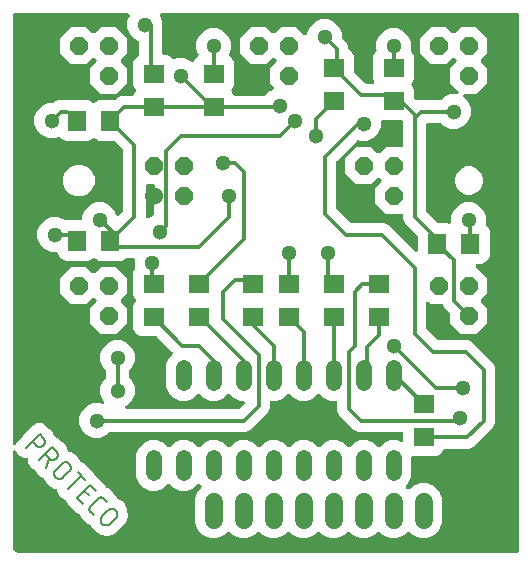
<source format=gbr>
G04 EAGLE Gerber RS-274X export*
G75*
%MOMM*%
%FSLAX34Y34*%
%LPD*%
%INTop Copper*%
%IPPOS*%
%AMOC8*
5,1,8,0,0,1.08239X$1,22.5*%
G01*
%ADD10C,0.152400*%
%ADD11C,1.524000*%
%ADD12R,1.803000X1.600000*%
%ADD13R,1.600000X1.803000*%
%ADD14C,1.524000*%
%ADD15P,1.649562X8X22.500000*%
%ADD16C,1.320800*%
%ADD17C,1.300000*%
%ADD18C,0.304800*%

G36*
X437722Y10164D02*
X437722Y10164D01*
X437748Y10162D01*
X437895Y10184D01*
X438042Y10201D01*
X438067Y10209D01*
X438093Y10213D01*
X438231Y10268D01*
X438370Y10318D01*
X438392Y10332D01*
X438417Y10342D01*
X438538Y10427D01*
X438663Y10507D01*
X438681Y10526D01*
X438703Y10541D01*
X438802Y10651D01*
X438905Y10758D01*
X438919Y10780D01*
X438936Y10800D01*
X439008Y10930D01*
X439084Y11057D01*
X439092Y11082D01*
X439105Y11105D01*
X439145Y11248D01*
X439190Y11389D01*
X439192Y11415D01*
X439200Y11440D01*
X439219Y11684D01*
X439219Y465076D01*
X439216Y465102D01*
X439218Y465128D01*
X439196Y465275D01*
X439179Y465422D01*
X439171Y465447D01*
X439167Y465473D01*
X439112Y465611D01*
X439062Y465750D01*
X439048Y465772D01*
X439038Y465797D01*
X438953Y465918D01*
X438873Y466043D01*
X438854Y466061D01*
X438839Y466083D01*
X438729Y466182D01*
X438622Y466285D01*
X438600Y466299D01*
X438580Y466316D01*
X438450Y466388D01*
X438323Y466464D01*
X438298Y466472D01*
X438275Y466485D01*
X438132Y466525D01*
X437991Y466570D01*
X437965Y466572D01*
X437940Y466580D01*
X437696Y466599D01*
X136140Y466599D01*
X135991Y466582D01*
X135841Y466570D01*
X135818Y466562D01*
X135794Y466559D01*
X135653Y466509D01*
X135510Y466463D01*
X135489Y466450D01*
X135466Y466442D01*
X135340Y466360D01*
X135211Y466283D01*
X135194Y466266D01*
X135173Y466253D01*
X135068Y466144D01*
X134961Y466040D01*
X134948Y466020D01*
X134931Y466002D01*
X134854Y465873D01*
X134773Y465747D01*
X134765Y465724D01*
X134752Y465703D01*
X134707Y465560D01*
X134656Y465418D01*
X134653Y465394D01*
X134646Y465371D01*
X134634Y465222D01*
X134617Y465072D01*
X134620Y465048D01*
X134618Y465024D01*
X134640Y464876D01*
X134658Y464726D01*
X134667Y464698D01*
X134670Y464679D01*
X134687Y464636D01*
X134733Y464493D01*
X136549Y460110D01*
X136549Y459674D01*
X136549Y459672D01*
X136549Y459670D01*
X136569Y459498D01*
X136589Y459328D01*
X136589Y459326D01*
X136590Y459324D01*
X136653Y459128D01*
X136653Y433192D01*
X136656Y433166D01*
X136654Y433140D01*
X136676Y432993D01*
X136693Y432846D01*
X136701Y432821D01*
X136705Y432795D01*
X136760Y432657D01*
X136810Y432518D01*
X136824Y432496D01*
X136834Y432471D01*
X136919Y432350D01*
X136999Y432225D01*
X137018Y432207D01*
X137033Y432185D01*
X137143Y432086D01*
X137250Y431983D01*
X137272Y431969D01*
X137292Y431952D01*
X137422Y431880D01*
X137549Y431804D01*
X137574Y431796D01*
X137597Y431783D01*
X137740Y431743D01*
X137881Y431698D01*
X137907Y431696D01*
X137932Y431688D01*
X138176Y431669D01*
X140172Y431669D01*
X143160Y430431D01*
X145554Y428036D01*
X145614Y427989D01*
X145668Y427934D01*
X145750Y427881D01*
X145827Y427820D01*
X145896Y427787D01*
X145961Y427746D01*
X146054Y427713D01*
X146143Y427671D01*
X146217Y427655D01*
X146289Y427629D01*
X146387Y427618D01*
X146483Y427597D01*
X146560Y427599D01*
X146636Y427590D01*
X146733Y427602D01*
X146832Y427603D01*
X146906Y427622D01*
X146982Y427631D01*
X147124Y427677D01*
X147170Y427688D01*
X147187Y427697D01*
X147214Y427706D01*
X149490Y428649D01*
X155310Y428649D01*
X160687Y426422D01*
X161220Y425889D01*
X161337Y425795D01*
X161452Y425698D01*
X161474Y425687D01*
X161493Y425672D01*
X161629Y425607D01*
X161762Y425539D01*
X161786Y425533D01*
X161808Y425523D01*
X161955Y425491D01*
X162101Y425455D01*
X162125Y425455D01*
X162148Y425450D01*
X162298Y425452D01*
X162449Y425450D01*
X162473Y425455D01*
X162497Y425456D01*
X162642Y425492D01*
X162790Y425524D01*
X162811Y425535D01*
X162835Y425541D01*
X162969Y425609D01*
X163104Y425674D01*
X163123Y425689D01*
X163145Y425700D01*
X163259Y425798D01*
X163377Y425891D01*
X163392Y425910D01*
X163410Y425926D01*
X163499Y426047D01*
X163593Y426165D01*
X163606Y426191D01*
X163617Y426206D01*
X163636Y426249D01*
X163704Y426383D01*
X164434Y428145D01*
X166756Y430467D01*
X166776Y430479D01*
X166905Y430551D01*
X166925Y430569D01*
X166948Y430582D01*
X167054Y430685D01*
X167164Y430785D01*
X167179Y430807D01*
X167198Y430825D01*
X167278Y430950D01*
X167362Y431072D01*
X167372Y431096D01*
X167386Y431118D01*
X167435Y431258D01*
X167490Y431396D01*
X167494Y431422D01*
X167502Y431447D01*
X167519Y431594D01*
X167541Y431741D01*
X167538Y431767D01*
X167541Y431793D01*
X167524Y431940D01*
X167512Y432088D01*
X167504Y432113D01*
X167501Y432139D01*
X167425Y432372D01*
X165711Y436510D01*
X165711Y442330D01*
X167938Y447707D01*
X172053Y451822D01*
X177430Y454049D01*
X183250Y454049D01*
X188627Y451822D01*
X192742Y447707D01*
X194969Y442330D01*
X194969Y436510D01*
X193255Y432372D01*
X193247Y432347D01*
X193235Y432323D01*
X193200Y432179D01*
X193159Y432037D01*
X193158Y432010D01*
X193151Y431985D01*
X193149Y431837D01*
X193142Y431689D01*
X193147Y431663D01*
X193146Y431636D01*
X193178Y431492D01*
X193205Y431346D01*
X193215Y431322D01*
X193221Y431296D01*
X193284Y431162D01*
X193343Y431026D01*
X193359Y431005D01*
X193370Y430981D01*
X193463Y430865D01*
X193551Y430747D01*
X193571Y430730D01*
X193588Y430709D01*
X193704Y430617D01*
X193817Y430521D01*
X193841Y430509D01*
X193861Y430493D01*
X193936Y430455D01*
X196246Y428145D01*
X197484Y425157D01*
X197484Y405923D01*
X196246Y402935D01*
X195708Y402397D01*
X195692Y402377D01*
X195672Y402360D01*
X195583Y402240D01*
X195491Y402124D01*
X195480Y402100D01*
X195464Y402079D01*
X195406Y401943D01*
X195342Y401809D01*
X195337Y401783D01*
X195326Y401759D01*
X195300Y401613D01*
X195269Y401468D01*
X195269Y401442D01*
X195265Y401416D01*
X195272Y401268D01*
X195275Y401120D01*
X195281Y401094D01*
X195283Y401068D01*
X195324Y400926D01*
X195360Y400782D01*
X195372Y400759D01*
X195379Y400733D01*
X195451Y400604D01*
X195520Y400472D01*
X195537Y400452D01*
X195549Y400429D01*
X195708Y400243D01*
X196246Y399705D01*
X197079Y397693D01*
X197117Y397626D01*
X197145Y397555D01*
X197201Y397475D01*
X197249Y397388D01*
X197300Y397332D01*
X197344Y397269D01*
X197417Y397203D01*
X197483Y397130D01*
X197546Y397087D01*
X197602Y397036D01*
X197689Y396988D01*
X197770Y396932D01*
X197841Y396904D01*
X197908Y396867D01*
X198002Y396840D01*
X198094Y396804D01*
X198169Y396793D01*
X198243Y396772D01*
X198392Y396760D01*
X198439Y396753D01*
X198458Y396755D01*
X198487Y396753D01*
X223034Y396753D01*
X223159Y396767D01*
X223285Y396774D01*
X223332Y396787D01*
X223380Y396793D01*
X223499Y396835D01*
X223620Y396870D01*
X223662Y396894D01*
X223708Y396910D01*
X223814Y396979D01*
X223924Y397040D01*
X223971Y397080D01*
X224001Y397099D01*
X224034Y397134D01*
X224111Y397199D01*
X227933Y401022D01*
X230517Y402092D01*
X230649Y402165D01*
X230782Y402234D01*
X230801Y402250D01*
X230822Y402261D01*
X230933Y402362D01*
X231048Y402460D01*
X231062Y402479D01*
X231080Y402495D01*
X231166Y402619D01*
X231255Y402740D01*
X231265Y402762D01*
X231278Y402782D01*
X231334Y402922D01*
X231393Y403060D01*
X231397Y403084D01*
X231406Y403106D01*
X231428Y403255D01*
X231455Y403403D01*
X231453Y403427D01*
X231457Y403451D01*
X231445Y403601D01*
X231437Y403751D01*
X231430Y403774D01*
X231428Y403798D01*
X231382Y403942D01*
X231340Y404086D01*
X231328Y404107D01*
X231321Y404130D01*
X231243Y404259D01*
X231170Y404390D01*
X231151Y404412D01*
X231141Y404429D01*
X231108Y404463D01*
X231012Y404576D01*
X228091Y407497D01*
X228091Y420543D01*
X233191Y425643D01*
X233207Y425663D01*
X233227Y425680D01*
X233315Y425800D01*
X233407Y425916D01*
X233419Y425940D01*
X233434Y425961D01*
X233493Y426097D01*
X233556Y426231D01*
X233562Y426257D01*
X233572Y426281D01*
X233599Y426427D01*
X233630Y426572D01*
X233629Y426598D01*
X233634Y426624D01*
X233626Y426772D01*
X233624Y426920D01*
X233617Y426946D01*
X233616Y426972D01*
X233575Y427114D01*
X233539Y427258D01*
X233527Y427281D01*
X233519Y427307D01*
X233447Y427436D01*
X233379Y427568D01*
X233362Y427588D01*
X233349Y427611D01*
X233191Y427797D01*
X232217Y428771D01*
X232197Y428787D01*
X232180Y428807D01*
X232060Y428895D01*
X231944Y428987D01*
X231920Y428999D01*
X231899Y429014D01*
X231763Y429073D01*
X231629Y429136D01*
X231603Y429142D01*
X231579Y429152D01*
X231433Y429179D01*
X231288Y429210D01*
X231262Y429209D01*
X231236Y429214D01*
X231088Y429206D01*
X230940Y429204D01*
X230914Y429197D01*
X230888Y429196D01*
X230746Y429155D01*
X230602Y429119D01*
X230579Y429107D01*
X230553Y429099D01*
X230424Y429027D01*
X230292Y428959D01*
X230272Y428942D01*
X230249Y428929D01*
X230063Y428771D01*
X224963Y423671D01*
X211917Y423671D01*
X202691Y432897D01*
X202691Y445943D01*
X211917Y455169D01*
X224963Y455169D01*
X230063Y450069D01*
X230083Y450053D01*
X230100Y450033D01*
X230220Y449945D01*
X230336Y449853D01*
X230360Y449841D01*
X230381Y449826D01*
X230517Y449767D01*
X230651Y449704D01*
X230677Y449698D01*
X230701Y449688D01*
X230847Y449661D01*
X230992Y449630D01*
X231018Y449631D01*
X231044Y449626D01*
X231192Y449634D01*
X231340Y449636D01*
X231366Y449643D01*
X231392Y449644D01*
X231534Y449685D01*
X231678Y449721D01*
X231701Y449733D01*
X231727Y449741D01*
X231856Y449813D01*
X231988Y449881D01*
X232008Y449898D01*
X232031Y449911D01*
X232217Y450069D01*
X237317Y455169D01*
X250363Y455169D01*
X257091Y448441D01*
X257169Y448379D01*
X257242Y448309D01*
X257306Y448271D01*
X257364Y448225D01*
X257455Y448182D01*
X257541Y448130D01*
X257612Y448107D01*
X257679Y448076D01*
X257777Y448054D01*
X257873Y448024D01*
X257947Y448018D01*
X258020Y448002D01*
X258120Y448004D01*
X258220Y447996D01*
X258294Y448007D01*
X258368Y448008D01*
X258465Y448033D01*
X258565Y448048D01*
X258634Y448075D01*
X258706Y448093D01*
X258796Y448139D01*
X258889Y448176D01*
X258950Y448219D01*
X259016Y448253D01*
X259093Y448318D01*
X259175Y448375D01*
X259225Y448430D01*
X259281Y448479D01*
X259341Y448559D01*
X259408Y448634D01*
X259444Y448699D01*
X259489Y448759D01*
X259528Y448851D01*
X259577Y448939D01*
X259597Y449011D01*
X259627Y449079D01*
X259644Y449178D01*
X259672Y449274D01*
X259680Y449374D01*
X259688Y449422D01*
X259686Y449458D01*
X259691Y449518D01*
X259691Y449950D01*
X261918Y455327D01*
X266033Y459442D01*
X271410Y461669D01*
X277230Y461669D01*
X282607Y459442D01*
X286722Y455327D01*
X288949Y449950D01*
X288949Y446693D01*
X288963Y446568D01*
X288970Y446441D01*
X288983Y446395D01*
X288989Y446347D01*
X289031Y446228D01*
X289066Y446107D01*
X289090Y446064D01*
X289106Y446019D01*
X289175Y445913D01*
X289236Y445802D01*
X289276Y445756D01*
X289295Y445726D01*
X289330Y445693D01*
X289395Y445616D01*
X289734Y445277D01*
X292663Y442348D01*
X294133Y438800D01*
X294133Y437120D01*
X294141Y437044D01*
X294140Y436968D01*
X294161Y436871D01*
X294173Y436774D01*
X294198Y436702D01*
X294215Y436627D01*
X294257Y436538D01*
X294290Y436446D01*
X294332Y436382D01*
X294364Y436312D01*
X294426Y436236D01*
X294479Y436153D01*
X294534Y436100D01*
X294582Y436040D01*
X294659Y435979D01*
X294730Y435911D01*
X294795Y435872D01*
X294855Y435824D01*
X294989Y435756D01*
X295029Y435732D01*
X295047Y435726D01*
X295073Y435713D01*
X295560Y435511D01*
X297846Y433225D01*
X299084Y430237D01*
X299084Y417758D01*
X299098Y417633D01*
X299105Y417506D01*
X299118Y417460D01*
X299124Y417412D01*
X299166Y417293D01*
X299201Y417172D01*
X299225Y417129D01*
X299241Y417084D01*
X299310Y416978D01*
X299371Y416867D01*
X299411Y416821D01*
X299430Y416791D01*
X299465Y416758D01*
X299530Y416681D01*
X308852Y407359D01*
X308951Y407280D01*
X309045Y407196D01*
X309087Y407172D01*
X309125Y407142D01*
X309239Y407088D01*
X309350Y407027D01*
X309397Y407014D01*
X309440Y406993D01*
X309564Y406967D01*
X309685Y406932D01*
X309746Y406927D01*
X309781Y406920D01*
X309829Y406921D01*
X309929Y406913D01*
X315011Y406913D01*
X315160Y406930D01*
X315310Y406942D01*
X315333Y406950D01*
X315357Y406953D01*
X315498Y407003D01*
X315642Y407049D01*
X315662Y407062D01*
X315685Y407070D01*
X315812Y407152D01*
X315940Y407229D01*
X315958Y407246D01*
X315978Y407259D01*
X316083Y407367D01*
X316190Y407472D01*
X316203Y407492D01*
X316220Y407510D01*
X316297Y407639D01*
X316379Y407765D01*
X316387Y407788D01*
X316399Y407809D01*
X316445Y407952D01*
X316495Y408094D01*
X316498Y408118D01*
X316505Y408141D01*
X316517Y408290D01*
X316534Y408440D01*
X316531Y408464D01*
X316533Y408488D01*
X316511Y408637D01*
X316493Y408786D01*
X316484Y408814D01*
X316482Y408833D01*
X316464Y408877D01*
X316418Y409019D01*
X315596Y411003D01*
X315596Y430237D01*
X316834Y433225D01*
X317980Y434370D01*
X318027Y434430D01*
X318082Y434484D01*
X318135Y434567D01*
X318196Y434644D01*
X318229Y434713D01*
X318270Y434777D01*
X318303Y434870D01*
X318345Y434959D01*
X318361Y435033D01*
X318387Y435105D01*
X318398Y435203D01*
X318419Y435299D01*
X318417Y435376D01*
X318426Y435452D01*
X318414Y435550D01*
X318413Y435648D01*
X318394Y435722D01*
X318385Y435798D01*
X318339Y435940D01*
X318328Y435986D01*
X318319Y436003D01*
X318310Y436031D01*
X318111Y436510D01*
X318111Y442330D01*
X320338Y447707D01*
X324453Y451822D01*
X329830Y454049D01*
X335650Y454049D01*
X341027Y451822D01*
X345142Y447707D01*
X347369Y442330D01*
X347369Y436510D01*
X347170Y436031D01*
X347149Y435957D01*
X347119Y435887D01*
X347101Y435790D01*
X347074Y435695D01*
X347071Y435619D01*
X347057Y435544D01*
X347062Y435445D01*
X347057Y435347D01*
X347071Y435272D01*
X347075Y435196D01*
X347102Y435101D01*
X347120Y435005D01*
X347150Y434934D01*
X347172Y434861D01*
X347220Y434775D01*
X347259Y434685D01*
X347304Y434623D01*
X347342Y434557D01*
X347439Y434443D01*
X347467Y434405D01*
X347481Y434393D01*
X347500Y434370D01*
X348646Y433225D01*
X349884Y430237D01*
X349884Y411003D01*
X348646Y408015D01*
X348108Y407477D01*
X348092Y407457D01*
X348072Y407440D01*
X347983Y407320D01*
X347891Y407204D01*
X347880Y407180D01*
X347864Y407159D01*
X347806Y407023D01*
X347742Y406889D01*
X347737Y406863D01*
X347726Y406839D01*
X347700Y406693D01*
X347669Y406548D01*
X347669Y406522D01*
X347665Y406496D01*
X347672Y406348D01*
X347675Y406200D01*
X347681Y406174D01*
X347683Y406148D01*
X347724Y406006D01*
X347760Y405862D01*
X347772Y405839D01*
X347779Y405813D01*
X347851Y405684D01*
X347920Y405552D01*
X347937Y405532D01*
X347949Y405509D01*
X348108Y405323D01*
X348646Y404785D01*
X349884Y401797D01*
X349884Y395918D01*
X349898Y395793D01*
X349905Y395666D01*
X349918Y395620D01*
X349924Y395572D01*
X349966Y395453D01*
X350001Y395332D01*
X350025Y395289D01*
X350041Y395244D01*
X350110Y395138D01*
X350171Y395027D01*
X350211Y394981D01*
X350230Y394951D01*
X350265Y394918D01*
X350330Y394841D01*
X351757Y393414D01*
X351817Y393366D01*
X351870Y393312D01*
X351953Y393259D01*
X352030Y393197D01*
X352099Y393165D01*
X352163Y393123D01*
X352256Y393090D01*
X352345Y393048D01*
X352420Y393032D01*
X352492Y393007D01*
X352590Y392996D01*
X352686Y392975D01*
X352762Y392976D01*
X352838Y392968D01*
X352936Y392979D01*
X353034Y392981D01*
X353108Y393000D01*
X353184Y393009D01*
X353326Y393055D01*
X353372Y393066D01*
X353389Y393075D01*
X353417Y393084D01*
X353680Y393193D01*
X371874Y393193D01*
X371999Y393207D01*
X372125Y393214D01*
X372172Y393227D01*
X372220Y393233D01*
X372339Y393275D01*
X372460Y393310D01*
X372502Y393334D01*
X372548Y393350D01*
X372654Y393419D01*
X372764Y393480D01*
X372811Y393520D01*
X372841Y393539D01*
X372874Y393574D01*
X372951Y393639D01*
X375253Y395942D01*
X380630Y398169D01*
X386142Y398169D01*
X386242Y398180D01*
X386342Y398182D01*
X386414Y398200D01*
X386488Y398209D01*
X386582Y398242D01*
X386680Y398267D01*
X386746Y398301D01*
X386816Y398326D01*
X386900Y398381D01*
X386990Y398427D01*
X387046Y398475D01*
X387109Y398515D01*
X387179Y398587D01*
X387255Y398652D01*
X387299Y398712D01*
X387351Y398766D01*
X387403Y398852D01*
X387462Y398933D01*
X387492Y399001D01*
X387530Y399065D01*
X387561Y399161D01*
X387600Y399253D01*
X387613Y399326D01*
X387636Y399397D01*
X387644Y399497D01*
X387662Y399596D01*
X387658Y399670D01*
X387664Y399744D01*
X387649Y399844D01*
X387644Y399944D01*
X387623Y400015D01*
X387612Y400089D01*
X387575Y400182D01*
X387548Y400279D01*
X387511Y400344D01*
X387484Y400413D01*
X387426Y400495D01*
X387377Y400583D01*
X387312Y400659D01*
X387285Y400699D01*
X387258Y400723D01*
X387219Y400769D01*
X380491Y407497D01*
X380491Y420543D01*
X385591Y425643D01*
X385607Y425663D01*
X385627Y425680D01*
X385715Y425800D01*
X385807Y425916D01*
X385819Y425940D01*
X385834Y425961D01*
X385893Y426097D01*
X385956Y426231D01*
X385962Y426257D01*
X385972Y426281D01*
X385999Y426427D01*
X386030Y426572D01*
X386029Y426598D01*
X386034Y426624D01*
X386026Y426772D01*
X386024Y426920D01*
X386017Y426946D01*
X386016Y426972D01*
X385975Y427114D01*
X385939Y427258D01*
X385927Y427281D01*
X385919Y427307D01*
X385847Y427436D01*
X385779Y427568D01*
X385762Y427588D01*
X385749Y427611D01*
X385591Y427797D01*
X384617Y428771D01*
X384597Y428787D01*
X384580Y428807D01*
X384460Y428895D01*
X384344Y428987D01*
X384320Y428999D01*
X384299Y429014D01*
X384163Y429073D01*
X384029Y429136D01*
X384003Y429142D01*
X383979Y429152D01*
X383833Y429179D01*
X383688Y429210D01*
X383662Y429209D01*
X383636Y429214D01*
X383488Y429206D01*
X383340Y429204D01*
X383314Y429197D01*
X383288Y429196D01*
X383146Y429155D01*
X383002Y429119D01*
X382979Y429107D01*
X382953Y429099D01*
X382824Y429027D01*
X382692Y428959D01*
X382672Y428942D01*
X382649Y428929D01*
X382463Y428771D01*
X377363Y423671D01*
X364317Y423671D01*
X355091Y432897D01*
X355091Y445943D01*
X364317Y455169D01*
X377363Y455169D01*
X382463Y450069D01*
X382483Y450053D01*
X382500Y450033D01*
X382620Y449945D01*
X382736Y449853D01*
X382760Y449841D01*
X382781Y449826D01*
X382917Y449767D01*
X383051Y449704D01*
X383077Y449698D01*
X383101Y449688D01*
X383247Y449661D01*
X383392Y449630D01*
X383418Y449631D01*
X383444Y449626D01*
X383592Y449634D01*
X383740Y449636D01*
X383766Y449643D01*
X383792Y449644D01*
X383934Y449685D01*
X384078Y449721D01*
X384101Y449733D01*
X384127Y449741D01*
X384256Y449813D01*
X384388Y449881D01*
X384408Y449898D01*
X384431Y449911D01*
X384617Y450069D01*
X389717Y455169D01*
X402763Y455169D01*
X411989Y445943D01*
X411989Y432897D01*
X406889Y427797D01*
X406873Y427777D01*
X406853Y427760D01*
X406765Y427640D01*
X406673Y427524D01*
X406661Y427500D01*
X406646Y427479D01*
X406587Y427343D01*
X406524Y427209D01*
X406518Y427183D01*
X406508Y427159D01*
X406481Y427013D01*
X406450Y426868D01*
X406451Y426842D01*
X406446Y426816D01*
X406454Y426668D01*
X406456Y426520D01*
X406463Y426494D01*
X406464Y426468D01*
X406505Y426326D01*
X406541Y426182D01*
X406553Y426159D01*
X406561Y426133D01*
X406633Y426004D01*
X406701Y425872D01*
X406718Y425852D01*
X406731Y425829D01*
X406889Y425643D01*
X411989Y420543D01*
X411989Y407497D01*
X402763Y398271D01*
X393174Y398271D01*
X393074Y398260D01*
X392974Y398258D01*
X392902Y398240D01*
X392828Y398231D01*
X392734Y398198D01*
X392636Y398173D01*
X392570Y398139D01*
X392500Y398114D01*
X392416Y398059D01*
X392326Y398013D01*
X392270Y397965D01*
X392207Y397925D01*
X392137Y397853D01*
X392061Y397788D01*
X392017Y397728D01*
X391965Y397674D01*
X391913Y397588D01*
X391854Y397507D01*
X391824Y397439D01*
X391786Y397375D01*
X391756Y397279D01*
X391716Y397187D01*
X391703Y397114D01*
X391680Y397043D01*
X391672Y396943D01*
X391654Y396844D01*
X391658Y396770D01*
X391652Y396696D01*
X391667Y396596D01*
X391672Y396496D01*
X391693Y396425D01*
X391704Y396351D01*
X391741Y396258D01*
X391769Y396161D01*
X391805Y396096D01*
X391832Y396027D01*
X391890Y395945D01*
X391939Y395857D01*
X392004Y395781D01*
X392031Y395741D01*
X392058Y395717D01*
X392097Y395671D01*
X395942Y391827D01*
X398169Y386450D01*
X398169Y380630D01*
X395942Y375253D01*
X391827Y371138D01*
X386450Y368911D01*
X380630Y368911D01*
X375253Y371138D01*
X372951Y373441D01*
X372852Y373520D01*
X372758Y373604D01*
X372716Y373628D01*
X372678Y373658D01*
X372564Y373712D01*
X372453Y373773D01*
X372406Y373786D01*
X372363Y373807D01*
X372239Y373833D01*
X372117Y373868D01*
X372057Y373873D01*
X372022Y373880D01*
X371974Y373879D01*
X371874Y373887D01*
X361696Y373887D01*
X361670Y373884D01*
X361644Y373886D01*
X361497Y373864D01*
X361350Y373847D01*
X361325Y373839D01*
X361299Y373835D01*
X361161Y373780D01*
X361022Y373730D01*
X361000Y373716D01*
X360975Y373706D01*
X360854Y373621D01*
X360729Y373541D01*
X360711Y373522D01*
X360689Y373507D01*
X360590Y373397D01*
X360487Y373290D01*
X360473Y373268D01*
X360456Y373248D01*
X360384Y373118D01*
X360308Y372991D01*
X360300Y372966D01*
X360287Y372943D01*
X360247Y372800D01*
X360202Y372659D01*
X360200Y372633D01*
X360192Y372608D01*
X360173Y372364D01*
X360173Y299269D01*
X360187Y299144D01*
X360194Y299017D01*
X360207Y298971D01*
X360213Y298923D01*
X360255Y298804D01*
X360290Y298683D01*
X360314Y298640D01*
X360330Y298595D01*
X360399Y298489D01*
X360460Y298378D01*
X360500Y298332D01*
X360519Y298302D01*
X360554Y298269D01*
X360619Y298192D01*
X369441Y289370D01*
X369540Y289291D01*
X369634Y289207D01*
X369676Y289183D01*
X369714Y289153D01*
X369828Y289099D01*
X369939Y289038D01*
X369986Y289025D01*
X370029Y289004D01*
X370153Y288978D01*
X370274Y288943D01*
X370335Y288938D01*
X370370Y288931D01*
X370418Y288932D01*
X370518Y288924D01*
X378937Y288924D01*
X379505Y288688D01*
X379650Y288647D01*
X379793Y288601D01*
X379817Y288599D01*
X379840Y288593D01*
X379991Y288585D01*
X380140Y288573D01*
X380164Y288577D01*
X380188Y288576D01*
X380336Y288603D01*
X380485Y288625D01*
X380507Y288634D01*
X380531Y288638D01*
X380669Y288698D01*
X380809Y288754D01*
X380829Y288768D01*
X380851Y288777D01*
X380972Y288867D01*
X381095Y288953D01*
X381111Y288971D01*
X381131Y288985D01*
X381228Y289100D01*
X381328Y289211D01*
X381340Y289233D01*
X381356Y289251D01*
X381424Y289385D01*
X381497Y289516D01*
X381503Y289540D01*
X381514Y289561D01*
X381551Y289707D01*
X381592Y289852D01*
X381594Y289881D01*
X381599Y289899D01*
X381599Y289947D01*
X381611Y290096D01*
X381611Y295010D01*
X383838Y300387D01*
X387953Y304502D01*
X393330Y306729D01*
X399150Y306729D01*
X404527Y304502D01*
X408642Y300387D01*
X410869Y295010D01*
X410869Y289190D01*
X410670Y288711D01*
X410649Y288637D01*
X410619Y288567D01*
X410601Y288470D01*
X410574Y288375D01*
X410571Y288299D01*
X410557Y288224D01*
X410562Y288126D01*
X410557Y288027D01*
X410571Y287952D01*
X410575Y287876D01*
X410602Y287781D01*
X410620Y287684D01*
X410650Y287614D01*
X410672Y287541D01*
X410720Y287455D01*
X410759Y287365D01*
X410804Y287304D01*
X410842Y287237D01*
X410939Y287123D01*
X410967Y287085D01*
X410981Y287073D01*
X411000Y287051D01*
X412651Y285400D01*
X413889Y282412D01*
X413889Y261148D01*
X412651Y258160D01*
X410365Y255874D01*
X407377Y254636D01*
X403773Y254636D01*
X403673Y254625D01*
X403573Y254623D01*
X403501Y254605D01*
X403427Y254596D01*
X403333Y254563D01*
X403235Y254538D01*
X403169Y254504D01*
X403099Y254479D01*
X403015Y254424D01*
X402925Y254378D01*
X402869Y254330D01*
X402806Y254290D01*
X402736Y254218D01*
X402660Y254153D01*
X402616Y254093D01*
X402564Y254039D01*
X402512Y253953D01*
X402453Y253872D01*
X402423Y253804D01*
X402385Y253740D01*
X402354Y253644D01*
X402315Y253552D01*
X402302Y253479D01*
X402279Y253408D01*
X402271Y253308D01*
X402253Y253209D01*
X402257Y253135D01*
X402251Y253061D01*
X402266Y252961D01*
X402271Y252861D01*
X402292Y252790D01*
X402303Y252716D01*
X402340Y252623D01*
X402367Y252526D01*
X402404Y252461D01*
X402431Y252392D01*
X402489Y252310D01*
X402538Y252222D01*
X402603Y252146D01*
X402630Y252106D01*
X402657Y252082D01*
X402696Y252036D01*
X411989Y242743D01*
X411989Y229697D01*
X406889Y224597D01*
X406873Y224577D01*
X406853Y224560D01*
X406765Y224440D01*
X406673Y224324D01*
X406661Y224300D01*
X406646Y224279D01*
X406587Y224143D01*
X406524Y224009D01*
X406518Y223983D01*
X406508Y223959D01*
X406481Y223813D01*
X406450Y223668D01*
X406451Y223642D01*
X406446Y223616D01*
X406454Y223468D01*
X406456Y223320D01*
X406463Y223294D01*
X406464Y223268D01*
X406505Y223126D01*
X406541Y222982D01*
X406553Y222959D01*
X406561Y222933D01*
X406633Y222804D01*
X406701Y222672D01*
X406718Y222652D01*
X406731Y222629D01*
X406889Y222443D01*
X411989Y217343D01*
X411989Y204297D01*
X402763Y195071D01*
X389717Y195071D01*
X380491Y204297D01*
X380491Y212287D01*
X380477Y212412D01*
X380470Y212539D01*
X380457Y212585D01*
X380451Y212633D01*
X380409Y212752D01*
X380374Y212873D01*
X380350Y212916D01*
X380334Y212961D01*
X380265Y213067D01*
X380204Y213178D01*
X380164Y213224D01*
X380145Y213254D01*
X380110Y213287D01*
X380045Y213364D01*
X378286Y215123D01*
X375357Y218052D01*
X374744Y219531D01*
X374707Y219598D01*
X374679Y219669D01*
X374623Y219750D01*
X374575Y219836D01*
X374524Y219892D01*
X374480Y219955D01*
X374407Y220021D01*
X374341Y220094D01*
X374278Y220137D01*
X374221Y220188D01*
X374135Y220236D01*
X374054Y220292D01*
X373983Y220320D01*
X373916Y220357D01*
X373821Y220384D01*
X373730Y220420D01*
X373654Y220431D01*
X373581Y220452D01*
X373432Y220464D01*
X373385Y220471D01*
X373366Y220469D01*
X373337Y220471D01*
X364317Y220471D01*
X362773Y222015D01*
X362695Y222077D01*
X362622Y222147D01*
X362558Y222185D01*
X362500Y222231D01*
X362409Y222274D01*
X362323Y222326D01*
X362252Y222349D01*
X362185Y222380D01*
X362087Y222402D01*
X361991Y222432D01*
X361917Y222438D01*
X361844Y222454D01*
X361744Y222452D01*
X361644Y222460D01*
X361570Y222449D01*
X361496Y222448D01*
X361399Y222423D01*
X361299Y222408D01*
X361230Y222381D01*
X361158Y222363D01*
X361069Y222317D01*
X360975Y222280D01*
X360914Y222237D01*
X360848Y222203D01*
X360772Y222138D01*
X360689Y222081D01*
X360639Y222026D01*
X360583Y221977D01*
X360523Y221897D01*
X360456Y221822D01*
X360420Y221757D01*
X360375Y221697D01*
X360336Y221605D01*
X360287Y221517D01*
X360267Y221445D01*
X360237Y221377D01*
X360220Y221278D01*
X360192Y221182D01*
X360184Y221082D01*
X360176Y221034D01*
X360178Y220998D01*
X360173Y220938D01*
X360173Y200209D01*
X360187Y200084D01*
X360194Y199957D01*
X360207Y199911D01*
X360213Y199863D01*
X360255Y199744D01*
X360290Y199623D01*
X360314Y199580D01*
X360330Y199535D01*
X360399Y199429D01*
X360460Y199318D01*
X360500Y199272D01*
X360519Y199242D01*
X360554Y199209D01*
X360619Y199132D01*
X369312Y190439D01*
X369411Y190360D01*
X369505Y190276D01*
X369547Y190252D01*
X369585Y190222D01*
X369699Y190168D01*
X369810Y190107D01*
X369857Y190094D01*
X369900Y190073D01*
X370024Y190047D01*
X370145Y190012D01*
X370206Y190007D01*
X370241Y190000D01*
X370289Y190001D01*
X370389Y189993D01*
X395620Y189993D01*
X399168Y188523D01*
X417123Y170568D01*
X418593Y167020D01*
X418593Y120000D01*
X417123Y116452D01*
X400188Y99517D01*
X396640Y98047D01*
X376287Y98047D01*
X376211Y98039D01*
X376134Y98040D01*
X376038Y98019D01*
X375940Y98007D01*
X375869Y97982D01*
X375794Y97965D01*
X375705Y97923D01*
X375612Y97890D01*
X375548Y97848D01*
X375479Y97816D01*
X375402Y97754D01*
X375320Y97701D01*
X375266Y97646D01*
X375207Y97598D01*
X375146Y97521D01*
X375077Y97450D01*
X375038Y97385D01*
X374991Y97325D01*
X374923Y97191D01*
X374899Y97151D01*
X374893Y97133D01*
X374879Y97107D01*
X374046Y95095D01*
X371760Y92809D01*
X368772Y91571D01*
X348996Y91571D01*
X348970Y91568D01*
X348944Y91570D01*
X348797Y91548D01*
X348650Y91531D01*
X348625Y91523D01*
X348599Y91519D01*
X348461Y91464D01*
X348322Y91414D01*
X348300Y91400D01*
X348275Y91390D01*
X348154Y91305D01*
X348029Y91225D01*
X348011Y91206D01*
X347989Y91191D01*
X347890Y91081D01*
X347787Y90974D01*
X347773Y90952D01*
X347756Y90932D01*
X347684Y90802D01*
X347608Y90675D01*
X347600Y90650D01*
X347587Y90627D01*
X347547Y90484D01*
X347502Y90343D01*
X347500Y90317D01*
X347492Y90292D01*
X347473Y90048D01*
X347473Y74285D01*
X345230Y68871D01*
X343433Y67074D01*
X343416Y67053D01*
X343396Y67036D01*
X343308Y66916D01*
X343216Y66801D01*
X343205Y66777D01*
X343189Y66756D01*
X343131Y66619D01*
X343067Y66485D01*
X343062Y66460D01*
X343051Y66436D01*
X343025Y66290D01*
X342994Y66145D01*
X342994Y66119D01*
X342990Y66093D01*
X342997Y65944D01*
X343000Y65796D01*
X343006Y65771D01*
X343008Y65745D01*
X343049Y65602D01*
X343085Y65458D01*
X343097Y65435D01*
X343104Y65410D01*
X343177Y65280D01*
X343244Y65148D01*
X343261Y65129D01*
X343274Y65106D01*
X343433Y64919D01*
X344363Y63989D01*
X344383Y63973D01*
X344400Y63953D01*
X344520Y63865D01*
X344636Y63773D01*
X344660Y63761D01*
X344681Y63746D01*
X344817Y63687D01*
X344951Y63624D01*
X344977Y63618D01*
X345001Y63608D01*
X345147Y63581D01*
X345292Y63550D01*
X345318Y63551D01*
X345344Y63546D01*
X345492Y63554D01*
X345640Y63556D01*
X345666Y63563D01*
X345692Y63564D01*
X345834Y63605D01*
X345978Y63641D01*
X346001Y63653D01*
X346027Y63661D01*
X346156Y63733D01*
X346288Y63801D01*
X346308Y63818D01*
X346331Y63831D01*
X346517Y63989D01*
X349219Y66691D01*
X355007Y69089D01*
X361273Y69089D01*
X367061Y66691D01*
X371491Y62261D01*
X373889Y56473D01*
X373889Y34967D01*
X371491Y29179D01*
X367061Y24749D01*
X361273Y22351D01*
X355007Y22351D01*
X349219Y24749D01*
X346517Y27451D01*
X346497Y27467D01*
X346480Y27487D01*
X346360Y27575D01*
X346244Y27667D01*
X346220Y27679D01*
X346199Y27694D01*
X346063Y27753D01*
X345929Y27816D01*
X345903Y27822D01*
X345879Y27832D01*
X345733Y27859D01*
X345588Y27890D01*
X345562Y27889D01*
X345536Y27894D01*
X345388Y27886D01*
X345240Y27884D01*
X345214Y27877D01*
X345188Y27876D01*
X345046Y27835D01*
X344902Y27799D01*
X344879Y27787D01*
X344853Y27779D01*
X344724Y27707D01*
X344592Y27639D01*
X344572Y27622D01*
X344549Y27609D01*
X344363Y27451D01*
X341661Y24749D01*
X335873Y22351D01*
X329607Y22351D01*
X323819Y24749D01*
X321117Y27451D01*
X321097Y27467D01*
X321080Y27487D01*
X320960Y27575D01*
X320844Y27667D01*
X320820Y27679D01*
X320799Y27694D01*
X320663Y27753D01*
X320529Y27816D01*
X320503Y27822D01*
X320479Y27832D01*
X320333Y27859D01*
X320188Y27890D01*
X320162Y27889D01*
X320136Y27894D01*
X319988Y27886D01*
X319840Y27884D01*
X319814Y27877D01*
X319788Y27876D01*
X319646Y27835D01*
X319502Y27799D01*
X319479Y27787D01*
X319453Y27779D01*
X319324Y27707D01*
X319192Y27639D01*
X319172Y27622D01*
X319149Y27609D01*
X318963Y27451D01*
X316261Y24749D01*
X310473Y22351D01*
X304207Y22351D01*
X298419Y24749D01*
X295717Y27451D01*
X295697Y27467D01*
X295680Y27487D01*
X295560Y27575D01*
X295444Y27667D01*
X295420Y27679D01*
X295399Y27694D01*
X295263Y27753D01*
X295129Y27816D01*
X295103Y27822D01*
X295079Y27832D01*
X294933Y27859D01*
X294788Y27890D01*
X294762Y27889D01*
X294736Y27894D01*
X294588Y27886D01*
X294440Y27884D01*
X294414Y27877D01*
X294388Y27876D01*
X294246Y27835D01*
X294102Y27799D01*
X294079Y27787D01*
X294053Y27779D01*
X293924Y27707D01*
X293792Y27639D01*
X293772Y27622D01*
X293749Y27609D01*
X293563Y27451D01*
X290861Y24749D01*
X285073Y22351D01*
X278807Y22351D01*
X273019Y24749D01*
X270317Y27451D01*
X270297Y27467D01*
X270280Y27487D01*
X270160Y27575D01*
X270044Y27667D01*
X270020Y27679D01*
X269999Y27694D01*
X269863Y27753D01*
X269729Y27816D01*
X269703Y27822D01*
X269679Y27832D01*
X269533Y27859D01*
X269388Y27890D01*
X269362Y27889D01*
X269336Y27894D01*
X269188Y27886D01*
X269040Y27884D01*
X269014Y27877D01*
X268988Y27876D01*
X268846Y27835D01*
X268702Y27799D01*
X268679Y27787D01*
X268653Y27779D01*
X268524Y27707D01*
X268392Y27639D01*
X268372Y27622D01*
X268349Y27609D01*
X268163Y27451D01*
X265461Y24749D01*
X259673Y22351D01*
X253407Y22351D01*
X247619Y24749D01*
X244917Y27451D01*
X244897Y27467D01*
X244880Y27487D01*
X244760Y27575D01*
X244644Y27667D01*
X244620Y27679D01*
X244599Y27694D01*
X244463Y27753D01*
X244329Y27816D01*
X244303Y27822D01*
X244279Y27832D01*
X244133Y27859D01*
X243988Y27890D01*
X243962Y27889D01*
X243936Y27894D01*
X243788Y27886D01*
X243640Y27884D01*
X243614Y27877D01*
X243588Y27876D01*
X243446Y27835D01*
X243302Y27799D01*
X243279Y27787D01*
X243253Y27779D01*
X243124Y27707D01*
X242992Y27639D01*
X242972Y27622D01*
X242949Y27609D01*
X242763Y27451D01*
X240061Y24749D01*
X234273Y22351D01*
X228007Y22351D01*
X222219Y24749D01*
X219517Y27451D01*
X219497Y27467D01*
X219480Y27487D01*
X219360Y27575D01*
X219244Y27667D01*
X219220Y27679D01*
X219199Y27694D01*
X219063Y27753D01*
X218929Y27816D01*
X218903Y27822D01*
X218879Y27832D01*
X218733Y27859D01*
X218588Y27890D01*
X218562Y27889D01*
X218536Y27894D01*
X218388Y27886D01*
X218240Y27884D01*
X218214Y27877D01*
X218188Y27876D01*
X218046Y27835D01*
X217902Y27799D01*
X217879Y27787D01*
X217853Y27779D01*
X217724Y27707D01*
X217592Y27639D01*
X217572Y27622D01*
X217549Y27609D01*
X217363Y27451D01*
X214661Y24749D01*
X208873Y22351D01*
X202607Y22351D01*
X196819Y24749D01*
X194117Y27451D01*
X194097Y27467D01*
X194080Y27487D01*
X193960Y27575D01*
X193844Y27667D01*
X193820Y27679D01*
X193799Y27694D01*
X193663Y27753D01*
X193529Y27816D01*
X193503Y27822D01*
X193479Y27832D01*
X193333Y27859D01*
X193188Y27890D01*
X193162Y27889D01*
X193136Y27894D01*
X192988Y27886D01*
X192840Y27884D01*
X192814Y27877D01*
X192788Y27876D01*
X192646Y27835D01*
X192502Y27799D01*
X192479Y27787D01*
X192453Y27779D01*
X192324Y27707D01*
X192192Y27639D01*
X192172Y27622D01*
X192149Y27609D01*
X191963Y27451D01*
X189261Y24749D01*
X183473Y22351D01*
X177207Y22351D01*
X171419Y24749D01*
X166989Y29179D01*
X164591Y34967D01*
X164591Y56473D01*
X166989Y62261D01*
X169647Y64919D01*
X169664Y64940D01*
X169684Y64957D01*
X169772Y65076D01*
X169864Y65192D01*
X169875Y65216D01*
X169891Y65237D01*
X169949Y65373D01*
X170013Y65507D01*
X170018Y65533D01*
X170029Y65557D01*
X170055Y65704D01*
X170086Y65848D01*
X170086Y65874D01*
X170090Y65900D01*
X170083Y66049D01*
X170080Y66197D01*
X170074Y66222D01*
X170072Y66248D01*
X170031Y66390D01*
X169995Y66535D01*
X169983Y66558D01*
X169976Y66583D01*
X169904Y66712D01*
X169836Y66844D01*
X169819Y66864D01*
X169806Y66887D01*
X169647Y67074D01*
X168717Y68004D01*
X168697Y68020D01*
X168680Y68040D01*
X168560Y68128D01*
X168444Y68220D01*
X168420Y68231D01*
X168399Y68247D01*
X168263Y68306D01*
X168129Y68369D01*
X168103Y68375D01*
X168079Y68385D01*
X167933Y68411D01*
X167788Y68443D01*
X167762Y68442D01*
X167736Y68447D01*
X167588Y68439D01*
X167440Y68437D01*
X167414Y68430D01*
X167388Y68429D01*
X167245Y68388D01*
X167102Y68352D01*
X167079Y68340D01*
X167053Y68332D01*
X166924Y68260D01*
X166792Y68192D01*
X166772Y68175D01*
X166749Y68162D01*
X166563Y68004D01*
X163285Y64726D01*
X157871Y62483D01*
X152009Y62483D01*
X146595Y64726D01*
X143317Y68004D01*
X143297Y68020D01*
X143280Y68040D01*
X143160Y68128D01*
X143044Y68220D01*
X143020Y68231D01*
X142999Y68247D01*
X142863Y68306D01*
X142729Y68369D01*
X142703Y68375D01*
X142679Y68385D01*
X142533Y68411D01*
X142388Y68443D01*
X142362Y68442D01*
X142336Y68447D01*
X142188Y68439D01*
X142040Y68437D01*
X142014Y68430D01*
X141988Y68429D01*
X141846Y68388D01*
X141702Y68352D01*
X141679Y68340D01*
X141653Y68332D01*
X141524Y68260D01*
X141392Y68192D01*
X141372Y68175D01*
X141349Y68162D01*
X141163Y68004D01*
X137885Y64726D01*
X132471Y62483D01*
X126609Y62483D01*
X121195Y64726D01*
X117050Y68871D01*
X114807Y74285D01*
X114807Y93355D01*
X117050Y98769D01*
X121195Y102914D01*
X126609Y105157D01*
X132471Y105157D01*
X137885Y102914D01*
X141163Y99636D01*
X141183Y99620D01*
X141200Y99600D01*
X141320Y99512D01*
X141436Y99420D01*
X141460Y99409D01*
X141481Y99393D01*
X141617Y99334D01*
X141751Y99271D01*
X141777Y99265D01*
X141801Y99255D01*
X141947Y99229D01*
X142092Y99197D01*
X142118Y99198D01*
X142144Y99193D01*
X142292Y99201D01*
X142440Y99203D01*
X142466Y99210D01*
X142492Y99211D01*
X142634Y99252D01*
X142778Y99288D01*
X142801Y99300D01*
X142827Y99308D01*
X142956Y99380D01*
X143088Y99448D01*
X143108Y99465D01*
X143131Y99478D01*
X143317Y99636D01*
X146595Y102914D01*
X152009Y105157D01*
X157871Y105157D01*
X163285Y102914D01*
X166563Y99636D01*
X166583Y99620D01*
X166600Y99600D01*
X166720Y99512D01*
X166836Y99420D01*
X166860Y99409D01*
X166881Y99393D01*
X167017Y99334D01*
X167151Y99271D01*
X167177Y99265D01*
X167201Y99255D01*
X167347Y99229D01*
X167492Y99197D01*
X167518Y99198D01*
X167544Y99193D01*
X167692Y99201D01*
X167840Y99203D01*
X167866Y99210D01*
X167892Y99211D01*
X168034Y99252D01*
X168178Y99288D01*
X168201Y99300D01*
X168227Y99308D01*
X168356Y99380D01*
X168488Y99448D01*
X168508Y99465D01*
X168531Y99478D01*
X168717Y99636D01*
X171995Y102914D01*
X177409Y105157D01*
X183271Y105157D01*
X188685Y102914D01*
X191963Y99636D01*
X191983Y99620D01*
X192000Y99600D01*
X192120Y99512D01*
X192236Y99420D01*
X192260Y99409D01*
X192281Y99393D01*
X192417Y99334D01*
X192551Y99271D01*
X192577Y99265D01*
X192601Y99255D01*
X192747Y99229D01*
X192892Y99197D01*
X192918Y99198D01*
X192944Y99193D01*
X193092Y99201D01*
X193240Y99203D01*
X193266Y99210D01*
X193292Y99211D01*
X193434Y99252D01*
X193578Y99288D01*
X193601Y99300D01*
X193627Y99308D01*
X193756Y99380D01*
X193888Y99448D01*
X193908Y99465D01*
X193931Y99478D01*
X194117Y99636D01*
X197395Y102914D01*
X202809Y105157D01*
X208671Y105157D01*
X214085Y102914D01*
X217363Y99636D01*
X217383Y99620D01*
X217400Y99600D01*
X217520Y99512D01*
X217636Y99420D01*
X217660Y99409D01*
X217681Y99393D01*
X217817Y99334D01*
X217951Y99271D01*
X217977Y99265D01*
X218001Y99255D01*
X218147Y99229D01*
X218292Y99197D01*
X218318Y99198D01*
X218344Y99193D01*
X218492Y99201D01*
X218640Y99203D01*
X218666Y99210D01*
X218692Y99211D01*
X218834Y99252D01*
X218978Y99288D01*
X219001Y99300D01*
X219027Y99308D01*
X219156Y99380D01*
X219288Y99448D01*
X219308Y99465D01*
X219331Y99478D01*
X219517Y99636D01*
X222795Y102914D01*
X228209Y105157D01*
X234071Y105157D01*
X239485Y102914D01*
X242763Y99636D01*
X242783Y99620D01*
X242800Y99600D01*
X242920Y99512D01*
X243036Y99420D01*
X243060Y99409D01*
X243081Y99393D01*
X243217Y99334D01*
X243351Y99271D01*
X243377Y99265D01*
X243401Y99255D01*
X243547Y99229D01*
X243692Y99197D01*
X243718Y99198D01*
X243744Y99193D01*
X243892Y99201D01*
X244040Y99203D01*
X244066Y99210D01*
X244092Y99211D01*
X244234Y99252D01*
X244378Y99288D01*
X244401Y99300D01*
X244427Y99308D01*
X244556Y99380D01*
X244688Y99448D01*
X244708Y99465D01*
X244731Y99478D01*
X244917Y99636D01*
X248195Y102914D01*
X253609Y105157D01*
X259471Y105157D01*
X264885Y102914D01*
X268163Y99636D01*
X268183Y99620D01*
X268200Y99600D01*
X268320Y99512D01*
X268436Y99420D01*
X268460Y99409D01*
X268481Y99393D01*
X268617Y99334D01*
X268751Y99271D01*
X268777Y99265D01*
X268801Y99255D01*
X268947Y99229D01*
X269092Y99197D01*
X269118Y99198D01*
X269144Y99193D01*
X269292Y99201D01*
X269440Y99203D01*
X269466Y99210D01*
X269492Y99211D01*
X269634Y99252D01*
X269778Y99288D01*
X269801Y99300D01*
X269827Y99308D01*
X269956Y99380D01*
X270088Y99448D01*
X270108Y99465D01*
X270131Y99478D01*
X270317Y99636D01*
X273595Y102914D01*
X279009Y105157D01*
X284871Y105157D01*
X290285Y102914D01*
X293563Y99636D01*
X293583Y99620D01*
X293600Y99600D01*
X293720Y99512D01*
X293836Y99420D01*
X293860Y99409D01*
X293881Y99393D01*
X294017Y99334D01*
X294151Y99271D01*
X294177Y99265D01*
X294201Y99255D01*
X294347Y99229D01*
X294492Y99197D01*
X294518Y99198D01*
X294544Y99193D01*
X294692Y99201D01*
X294840Y99203D01*
X294866Y99210D01*
X294892Y99211D01*
X295034Y99252D01*
X295178Y99288D01*
X295201Y99300D01*
X295227Y99308D01*
X295356Y99380D01*
X295488Y99448D01*
X295508Y99465D01*
X295531Y99478D01*
X295717Y99636D01*
X298995Y102914D01*
X304409Y105157D01*
X310271Y105157D01*
X315685Y102914D01*
X318963Y99636D01*
X318983Y99620D01*
X319000Y99600D01*
X319120Y99512D01*
X319236Y99420D01*
X319260Y99409D01*
X319281Y99393D01*
X319417Y99334D01*
X319551Y99271D01*
X319577Y99265D01*
X319601Y99255D01*
X319747Y99229D01*
X319892Y99197D01*
X319918Y99198D01*
X319944Y99193D01*
X320092Y99201D01*
X320240Y99203D01*
X320266Y99210D01*
X320292Y99211D01*
X320434Y99252D01*
X320578Y99288D01*
X320601Y99300D01*
X320627Y99308D01*
X320756Y99380D01*
X320888Y99448D01*
X320908Y99465D01*
X320931Y99478D01*
X321117Y99636D01*
X324395Y102914D01*
X329809Y105157D01*
X335671Y105157D01*
X338890Y103823D01*
X339035Y103782D01*
X339178Y103736D01*
X339202Y103734D01*
X339225Y103727D01*
X339376Y103720D01*
X339525Y103708D01*
X339549Y103712D01*
X339573Y103711D01*
X339721Y103738D01*
X339870Y103760D01*
X339892Y103769D01*
X339916Y103773D01*
X340054Y103833D01*
X340194Y103889D01*
X340214Y103902D01*
X340236Y103912D01*
X340357Y104002D01*
X340480Y104087D01*
X340496Y104105D01*
X340516Y104120D01*
X340613Y104235D01*
X340713Y104346D01*
X340725Y104367D01*
X340741Y104386D01*
X340809Y104519D01*
X340882Y104651D01*
X340888Y104675D01*
X340899Y104696D01*
X340936Y104841D01*
X340977Y104987D01*
X340979Y105016D01*
X340984Y105034D01*
X340984Y105081D01*
X340996Y105230D01*
X340996Y110744D01*
X340993Y110770D01*
X340995Y110796D01*
X340973Y110943D01*
X340956Y111090D01*
X340948Y111115D01*
X340944Y111141D01*
X340889Y111279D01*
X340839Y111418D01*
X340825Y111440D01*
X340815Y111465D01*
X340730Y111586D01*
X340650Y111711D01*
X340631Y111729D01*
X340616Y111751D01*
X340506Y111850D01*
X340399Y111953D01*
X340377Y111967D01*
X340357Y111984D01*
X340227Y112056D01*
X340100Y112132D01*
X340075Y112140D01*
X340052Y112153D01*
X339909Y112193D01*
X339768Y112238D01*
X339742Y112240D01*
X339717Y112248D01*
X339473Y112267D01*
X302880Y112267D01*
X299332Y113737D01*
X296403Y116666D01*
X289386Y123683D01*
X286457Y126612D01*
X284987Y130160D01*
X284987Y137160D01*
X284984Y137186D01*
X284986Y137212D01*
X284964Y137359D01*
X284947Y137506D01*
X284939Y137531D01*
X284935Y137557D01*
X284880Y137695D01*
X284830Y137834D01*
X284816Y137856D01*
X284806Y137881D01*
X284721Y138002D01*
X284641Y138127D01*
X284622Y138145D01*
X284607Y138167D01*
X284497Y138266D01*
X284390Y138369D01*
X284368Y138383D01*
X284348Y138400D01*
X284218Y138472D01*
X284091Y138548D01*
X284066Y138556D01*
X284043Y138569D01*
X283900Y138609D01*
X283759Y138654D01*
X283733Y138656D01*
X283708Y138664D01*
X283464Y138683D01*
X279009Y138683D01*
X273595Y140926D01*
X270317Y144204D01*
X270297Y144220D01*
X270280Y144240D01*
X270160Y144328D01*
X270044Y144420D01*
X270020Y144431D01*
X269999Y144447D01*
X269863Y144506D01*
X269729Y144569D01*
X269703Y144575D01*
X269679Y144585D01*
X269533Y144611D01*
X269388Y144643D01*
X269362Y144642D01*
X269336Y144647D01*
X269188Y144639D01*
X269040Y144637D01*
X269014Y144630D01*
X268988Y144629D01*
X268846Y144588D01*
X268702Y144552D01*
X268679Y144540D01*
X268653Y144532D01*
X268524Y144460D01*
X268392Y144392D01*
X268372Y144375D01*
X268349Y144362D01*
X268163Y144204D01*
X264885Y140926D01*
X259471Y138683D01*
X253609Y138683D01*
X248195Y140926D01*
X244917Y144204D01*
X244897Y144220D01*
X244880Y144240D01*
X244760Y144328D01*
X244644Y144420D01*
X244620Y144431D01*
X244599Y144447D01*
X244463Y144506D01*
X244329Y144569D01*
X244303Y144575D01*
X244279Y144585D01*
X244133Y144611D01*
X243988Y144643D01*
X243962Y144642D01*
X243936Y144647D01*
X243788Y144639D01*
X243640Y144637D01*
X243614Y144630D01*
X243588Y144629D01*
X243446Y144588D01*
X243302Y144552D01*
X243279Y144540D01*
X243253Y144532D01*
X243124Y144460D01*
X242992Y144392D01*
X242972Y144375D01*
X242949Y144362D01*
X242763Y144204D01*
X239485Y140926D01*
X234071Y138683D01*
X229616Y138683D01*
X229590Y138680D01*
X229564Y138682D01*
X229417Y138660D01*
X229270Y138643D01*
X229245Y138635D01*
X229219Y138631D01*
X229081Y138576D01*
X228942Y138526D01*
X228920Y138512D01*
X228895Y138502D01*
X228774Y138417D01*
X228649Y138337D01*
X228631Y138318D01*
X228609Y138303D01*
X228510Y138193D01*
X228407Y138086D01*
X228393Y138064D01*
X228376Y138044D01*
X228304Y137914D01*
X228228Y137787D01*
X228220Y137762D01*
X228207Y137739D01*
X228167Y137596D01*
X228122Y137455D01*
X228120Y137429D01*
X228112Y137404D01*
X228093Y137160D01*
X228093Y132700D01*
X226623Y129152D01*
X211208Y113737D01*
X207660Y112267D01*
X92946Y112267D01*
X92821Y112253D01*
X92695Y112246D01*
X92648Y112233D01*
X92600Y112227D01*
X92481Y112185D01*
X92360Y112150D01*
X92318Y112126D01*
X92272Y112110D01*
X92166Y112041D01*
X92056Y111980D01*
X92009Y111940D01*
X91979Y111921D01*
X91946Y111886D01*
X91869Y111821D01*
X89567Y109518D01*
X84190Y107291D01*
X78370Y107291D01*
X72993Y109518D01*
X68878Y113633D01*
X66651Y119010D01*
X66651Y124830D01*
X68878Y130207D01*
X72993Y134322D01*
X78370Y136549D01*
X84190Y136549D01*
X85571Y135977D01*
X85619Y135963D01*
X85665Y135941D01*
X85786Y135915D01*
X85906Y135881D01*
X85956Y135879D01*
X86005Y135868D01*
X86130Y135870D01*
X86254Y135864D01*
X86303Y135873D01*
X86354Y135874D01*
X86474Y135904D01*
X86597Y135927D01*
X86643Y135947D01*
X86692Y135959D01*
X86802Y136016D01*
X86916Y136066D01*
X86957Y136096D01*
X87002Y136119D01*
X87096Y136199D01*
X87196Y136273D01*
X87229Y136312D01*
X87267Y136345D01*
X87341Y136445D01*
X87421Y136539D01*
X87444Y136584D01*
X87474Y136625D01*
X87523Y136739D01*
X87580Y136850D01*
X87592Y136898D01*
X87612Y136945D01*
X87634Y137068D01*
X87664Y137188D01*
X87665Y137238D01*
X87674Y137288D01*
X87667Y137412D01*
X87669Y137536D01*
X87659Y137586D01*
X87656Y137636D01*
X87621Y137755D01*
X87595Y137877D01*
X87573Y137922D01*
X87559Y137971D01*
X87499Y138079D01*
X87445Y138192D01*
X87414Y138231D01*
X87389Y138275D01*
X87231Y138461D01*
X86658Y139034D01*
X84431Y144410D01*
X84431Y150230D01*
X86658Y155607D01*
X88961Y157909D01*
X89040Y158008D01*
X89124Y158102D01*
X89148Y158144D01*
X89178Y158182D01*
X89232Y158296D01*
X89293Y158407D01*
X89306Y158454D01*
X89327Y158497D01*
X89353Y158621D01*
X89388Y158743D01*
X89393Y158803D01*
X89400Y158838D01*
X89399Y158886D01*
X89407Y158986D01*
X89407Y163594D01*
X89393Y163719D01*
X89386Y163845D01*
X89373Y163892D01*
X89367Y163940D01*
X89325Y164059D01*
X89290Y164180D01*
X89266Y164222D01*
X89250Y164268D01*
X89181Y164374D01*
X89120Y164484D01*
X89080Y164531D01*
X89061Y164561D01*
X89026Y164594D01*
X88961Y164671D01*
X86658Y166973D01*
X84431Y172350D01*
X84431Y178170D01*
X86658Y183547D01*
X90773Y187662D01*
X96150Y189889D01*
X101970Y189889D01*
X107347Y187662D01*
X111462Y183547D01*
X113689Y178170D01*
X113689Y172350D01*
X111462Y166973D01*
X109159Y164671D01*
X109080Y164572D01*
X108996Y164478D01*
X108972Y164436D01*
X108942Y164398D01*
X108888Y164284D01*
X108827Y164173D01*
X108814Y164126D01*
X108793Y164083D01*
X108767Y163959D01*
X108732Y163837D01*
X108727Y163777D01*
X108720Y163742D01*
X108721Y163694D01*
X108713Y163594D01*
X108713Y158986D01*
X108727Y158861D01*
X108734Y158735D01*
X108747Y158688D01*
X108753Y158640D01*
X108795Y158521D01*
X108830Y158400D01*
X108854Y158358D01*
X108870Y158312D01*
X108939Y158206D01*
X109000Y158096D01*
X109040Y158049D01*
X109059Y158019D01*
X109094Y157986D01*
X109159Y157909D01*
X111462Y155607D01*
X113689Y150230D01*
X113689Y144410D01*
X111462Y139033D01*
X107347Y134918D01*
X106344Y134503D01*
X106300Y134479D01*
X106253Y134462D01*
X106148Y134394D01*
X106040Y134334D01*
X106002Y134300D01*
X105960Y134273D01*
X105874Y134183D01*
X105782Y134100D01*
X105753Y134058D01*
X105718Y134022D01*
X105654Y133915D01*
X105583Y133813D01*
X105565Y133766D01*
X105539Y133723D01*
X105501Y133605D01*
X105456Y133489D01*
X105448Y133439D01*
X105433Y133391D01*
X105423Y133267D01*
X105405Y133144D01*
X105409Y133094D01*
X105405Y133044D01*
X105423Y132921D01*
X105434Y132797D01*
X105449Y132749D01*
X105457Y132699D01*
X105503Y132583D01*
X105541Y132465D01*
X105567Y132422D01*
X105585Y132375D01*
X105656Y132273D01*
X105720Y132167D01*
X105756Y132130D01*
X105784Y132089D01*
X105877Y132006D01*
X105963Y131917D01*
X106006Y131889D01*
X106043Y131856D01*
X106152Y131795D01*
X106257Y131728D01*
X106304Y131712D01*
X106348Y131687D01*
X106468Y131653D01*
X106585Y131612D01*
X106635Y131606D01*
X106683Y131592D01*
X106927Y131573D01*
X201111Y131573D01*
X201236Y131587D01*
X201363Y131594D01*
X201409Y131607D01*
X201457Y131613D01*
X201576Y131655D01*
X201697Y131690D01*
X201740Y131714D01*
X201785Y131730D01*
X201891Y131799D01*
X202002Y131860D01*
X202048Y131900D01*
X202078Y131919D01*
X202111Y131954D01*
X202188Y132019D01*
X206252Y136083D01*
X206314Y136161D01*
X206384Y136234D01*
X206422Y136298D01*
X206469Y136356D01*
X206511Y136447D01*
X206563Y136533D01*
X206586Y136604D01*
X206617Y136671D01*
X206639Y136769D01*
X206669Y136865D01*
X206675Y136939D01*
X206691Y137012D01*
X206689Y137112D01*
X206697Y137212D01*
X206686Y137286D01*
X206685Y137360D01*
X206660Y137457D01*
X206645Y137557D01*
X206618Y137626D01*
X206600Y137698D01*
X206554Y137788D01*
X206517Y137881D01*
X206474Y137942D01*
X206440Y138008D01*
X206375Y138085D01*
X206318Y138167D01*
X206263Y138217D01*
X206214Y138273D01*
X206134Y138333D01*
X206059Y138400D01*
X205994Y138436D01*
X205934Y138481D01*
X205842Y138520D01*
X205754Y138569D01*
X205682Y138589D01*
X205614Y138619D01*
X205515Y138636D01*
X205419Y138664D01*
X205319Y138672D01*
X205271Y138680D01*
X205235Y138678D01*
X205175Y138683D01*
X202809Y138683D01*
X197395Y140926D01*
X194117Y144204D01*
X194097Y144220D01*
X194080Y144240D01*
X193960Y144328D01*
X193844Y144420D01*
X193820Y144431D01*
X193799Y144447D01*
X193663Y144506D01*
X193529Y144569D01*
X193503Y144575D01*
X193479Y144585D01*
X193333Y144611D01*
X193188Y144643D01*
X193162Y144642D01*
X193136Y144647D01*
X192988Y144639D01*
X192840Y144637D01*
X192814Y144630D01*
X192788Y144629D01*
X192646Y144588D01*
X192502Y144552D01*
X192479Y144540D01*
X192453Y144532D01*
X192324Y144460D01*
X192192Y144392D01*
X192172Y144375D01*
X192149Y144362D01*
X191963Y144204D01*
X188685Y140926D01*
X183271Y138683D01*
X177409Y138683D01*
X171995Y140926D01*
X168717Y144204D01*
X168697Y144220D01*
X168680Y144240D01*
X168560Y144328D01*
X168444Y144420D01*
X168420Y144431D01*
X168399Y144447D01*
X168263Y144506D01*
X168129Y144569D01*
X168103Y144575D01*
X168079Y144585D01*
X167933Y144611D01*
X167788Y144643D01*
X167762Y144642D01*
X167736Y144647D01*
X167588Y144639D01*
X167440Y144637D01*
X167414Y144630D01*
X167388Y144629D01*
X167246Y144588D01*
X167102Y144552D01*
X167079Y144540D01*
X167053Y144532D01*
X166924Y144460D01*
X166792Y144392D01*
X166772Y144375D01*
X166749Y144362D01*
X166563Y144204D01*
X163285Y140926D01*
X157871Y138683D01*
X152009Y138683D01*
X146595Y140926D01*
X142450Y145071D01*
X140207Y150485D01*
X140207Y169555D01*
X142450Y174969D01*
X145258Y177777D01*
X145274Y177798D01*
X145294Y177815D01*
X145382Y177934D01*
X145474Y178050D01*
X145486Y178074D01*
X145501Y178095D01*
X145560Y178231D01*
X145623Y178365D01*
X145629Y178391D01*
X145639Y178415D01*
X145665Y178561D01*
X145697Y178706D01*
X145696Y178732D01*
X145701Y178758D01*
X145693Y178907D01*
X145691Y179054D01*
X145684Y179080D01*
X145683Y179106D01*
X145642Y179248D01*
X145606Y179392D01*
X145594Y179416D01*
X145586Y179441D01*
X145514Y179570D01*
X145446Y179702D01*
X145429Y179722D01*
X145416Y179745D01*
X145258Y179931D01*
X145022Y180166D01*
X145022Y180167D01*
X132464Y192725D01*
X132365Y192804D01*
X132271Y192888D01*
X132229Y192912D01*
X132191Y192942D01*
X132077Y192996D01*
X131966Y193057D01*
X131919Y193070D01*
X131876Y193091D01*
X131752Y193117D01*
X131631Y193152D01*
X131570Y193157D01*
X131535Y193164D01*
X131487Y193163D01*
X131387Y193171D01*
X118908Y193171D01*
X115920Y194409D01*
X113634Y196695D01*
X112396Y199683D01*
X112396Y218917D01*
X113634Y221905D01*
X114172Y222443D01*
X114188Y222463D01*
X114208Y222480D01*
X114297Y222600D01*
X114389Y222716D01*
X114400Y222740D01*
X114416Y222761D01*
X114474Y222897D01*
X114538Y223031D01*
X114543Y223057D01*
X114554Y223081D01*
X114580Y223227D01*
X114611Y223372D01*
X114611Y223398D01*
X114615Y223424D01*
X114608Y223572D01*
X114605Y223720D01*
X114599Y223746D01*
X114597Y223772D01*
X114556Y223914D01*
X114520Y224058D01*
X114508Y224081D01*
X114501Y224107D01*
X114429Y224236D01*
X114360Y224368D01*
X114343Y224388D01*
X114331Y224411D01*
X114172Y224597D01*
X113634Y225135D01*
X112396Y228123D01*
X112396Y247357D01*
X113661Y250409D01*
X113665Y250416D01*
X113726Y250494D01*
X113759Y250563D01*
X113800Y250627D01*
X113833Y250720D01*
X113875Y250809D01*
X113891Y250883D01*
X113917Y250955D01*
X113928Y251053D01*
X113949Y251149D01*
X113947Y251226D01*
X113956Y251302D01*
X113944Y251400D01*
X113943Y251498D01*
X113924Y251572D01*
X113915Y251648D01*
X113869Y251790D01*
X113858Y251836D01*
X113849Y251853D01*
X113840Y251881D01*
X113641Y252360D01*
X113641Y258064D01*
X113638Y258090D01*
X113640Y258116D01*
X113618Y258263D01*
X113601Y258410D01*
X113593Y258435D01*
X113589Y258461D01*
X113534Y258599D01*
X113484Y258738D01*
X113470Y258760D01*
X113460Y258785D01*
X113375Y258906D01*
X113295Y259031D01*
X113276Y259049D01*
X113261Y259071D01*
X113151Y259170D01*
X113044Y259273D01*
X113022Y259287D01*
X113002Y259304D01*
X112872Y259376D01*
X112745Y259452D01*
X112720Y259460D01*
X112697Y259473D01*
X112554Y259513D01*
X112413Y259558D01*
X112387Y259560D01*
X112362Y259568D01*
X112118Y259587D01*
X107369Y259587D01*
X107243Y259573D01*
X107117Y259566D01*
X107071Y259553D01*
X107023Y259547D01*
X106904Y259505D01*
X106782Y259470D01*
X106740Y259446D01*
X106695Y259430D01*
X106588Y259361D01*
X106478Y259300D01*
X106432Y259260D01*
X106402Y259241D01*
X106368Y259206D01*
X106292Y259141D01*
X105565Y258414D01*
X102577Y257176D01*
X83343Y257176D01*
X80355Y258414D01*
X79817Y258952D01*
X79797Y258968D01*
X79780Y258988D01*
X79660Y259077D01*
X79544Y259169D01*
X79520Y259180D01*
X79499Y259196D01*
X79363Y259254D01*
X79229Y259318D01*
X79203Y259323D01*
X79179Y259334D01*
X79033Y259360D01*
X78888Y259391D01*
X78862Y259391D01*
X78836Y259395D01*
X78688Y259388D01*
X78540Y259385D01*
X78514Y259379D01*
X78488Y259377D01*
X78346Y259336D01*
X78202Y259300D01*
X78178Y259288D01*
X78153Y259281D01*
X78024Y259209D01*
X77892Y259140D01*
X77872Y259123D01*
X77849Y259111D01*
X77663Y258952D01*
X77125Y258414D01*
X74137Y257176D01*
X54903Y257176D01*
X51915Y258414D01*
X49629Y260700D01*
X48332Y263831D01*
X48295Y263898D01*
X48267Y263969D01*
X48211Y264049D01*
X48163Y264136D01*
X48111Y264192D01*
X48068Y264255D01*
X47995Y264321D01*
X47929Y264394D01*
X47866Y264437D01*
X47809Y264488D01*
X47723Y264536D01*
X47642Y264592D01*
X47571Y264620D01*
X47504Y264657D01*
X47409Y264684D01*
X47318Y264720D01*
X47242Y264731D01*
X47169Y264752D01*
X47020Y264764D01*
X46973Y264771D01*
X46954Y264769D01*
X46925Y264771D01*
X42810Y264771D01*
X37433Y266998D01*
X33318Y271113D01*
X31091Y276490D01*
X31091Y282310D01*
X33318Y287687D01*
X37433Y291802D01*
X42810Y294029D01*
X48630Y294029D01*
X54050Y291783D01*
X54091Y291747D01*
X54133Y291723D01*
X54171Y291693D01*
X54285Y291639D01*
X54396Y291578D01*
X54443Y291565D01*
X54486Y291544D01*
X54610Y291518D01*
X54732Y291483D01*
X54792Y291478D01*
X54827Y291471D01*
X54875Y291472D01*
X54975Y291464D01*
X67668Y291464D01*
X67694Y291467D01*
X67720Y291465D01*
X67867Y291487D01*
X68014Y291504D01*
X68039Y291512D01*
X68065Y291516D01*
X68203Y291571D01*
X68342Y291621D01*
X68364Y291635D01*
X68389Y291645D01*
X68510Y291730D01*
X68635Y291810D01*
X68653Y291829D01*
X68675Y291844D01*
X68774Y291954D01*
X68877Y292061D01*
X68891Y292083D01*
X68908Y292103D01*
X68980Y292233D01*
X69056Y292360D01*
X69064Y292385D01*
X69077Y292408D01*
X69117Y292551D01*
X69162Y292692D01*
X69164Y292718D01*
X69172Y292743D01*
X69191Y292987D01*
X69191Y295010D01*
X71418Y300387D01*
X75533Y304502D01*
X80910Y306729D01*
X86730Y306729D01*
X92107Y304502D01*
X96222Y300387D01*
X98030Y296020D01*
X98103Y295889D01*
X98172Y295755D01*
X98188Y295736D01*
X98200Y295715D01*
X98301Y295604D01*
X98398Y295489D01*
X98418Y295475D01*
X98434Y295457D01*
X98557Y295372D01*
X98678Y295282D01*
X98701Y295273D01*
X98720Y295259D01*
X98860Y295204D01*
X98998Y295144D01*
X99022Y295140D01*
X99045Y295131D01*
X99193Y295109D01*
X99341Y295083D01*
X99366Y295084D01*
X99389Y295080D01*
X99540Y295093D01*
X99689Y295101D01*
X99713Y295107D01*
X99737Y295109D01*
X99880Y295156D01*
X100024Y295197D01*
X100045Y295209D01*
X100068Y295216D01*
X100197Y295294D01*
X100328Y295367D01*
X100351Y295386D01*
X100367Y295396D01*
X100401Y295429D01*
X100515Y295526D01*
X103181Y298192D01*
X103260Y298291D01*
X103344Y298385D01*
X103368Y298427D01*
X103398Y298465D01*
X103452Y298579D01*
X103513Y298690D01*
X103526Y298737D01*
X103547Y298780D01*
X103573Y298904D01*
X103608Y299025D01*
X103613Y299086D01*
X103620Y299121D01*
X103619Y299169D01*
X103627Y299269D01*
X103627Y350971D01*
X103613Y351096D01*
X103606Y351223D01*
X103593Y351269D01*
X103587Y351317D01*
X103545Y351436D01*
X103510Y351557D01*
X103486Y351600D01*
X103470Y351645D01*
X103401Y351751D01*
X103340Y351862D01*
X103300Y351908D01*
X103281Y351938D01*
X103246Y351971D01*
X103181Y352048D01*
X96899Y358330D01*
X96800Y358409D01*
X96706Y358493D01*
X96664Y358517D01*
X96626Y358547D01*
X96512Y358601D01*
X96401Y358662D01*
X96354Y358675D01*
X96311Y358696D01*
X96187Y358722D01*
X96066Y358757D01*
X96005Y358762D01*
X95970Y358769D01*
X95922Y358768D01*
X95822Y358776D01*
X83343Y358776D01*
X80355Y360014D01*
X79817Y360552D01*
X79797Y360568D01*
X79780Y360588D01*
X79660Y360677D01*
X79544Y360769D01*
X79520Y360780D01*
X79499Y360796D01*
X79363Y360854D01*
X79229Y360918D01*
X79203Y360923D01*
X79179Y360934D01*
X79033Y360960D01*
X78888Y360991D01*
X78862Y360991D01*
X78836Y360995D01*
X78688Y360988D01*
X78540Y360985D01*
X78514Y360979D01*
X78488Y360977D01*
X78346Y360936D01*
X78202Y360900D01*
X78178Y360888D01*
X78153Y360881D01*
X78024Y360809D01*
X77892Y360740D01*
X77872Y360723D01*
X77849Y360711D01*
X77663Y360552D01*
X77125Y360014D01*
X74137Y358776D01*
X54903Y358776D01*
X51915Y360014D01*
X50026Y361904D01*
X49966Y361951D01*
X49912Y362006D01*
X49830Y362059D01*
X49753Y362120D01*
X49684Y362153D01*
X49619Y362194D01*
X49526Y362227D01*
X49437Y362269D01*
X49363Y362285D01*
X49291Y362311D01*
X49193Y362322D01*
X49097Y362343D01*
X49020Y362341D01*
X48944Y362350D01*
X48847Y362338D01*
X48748Y362337D01*
X48674Y362318D01*
X48598Y362309D01*
X48456Y362263D01*
X48410Y362252D01*
X48393Y362243D01*
X48366Y362234D01*
X46090Y361291D01*
X40270Y361291D01*
X34893Y363518D01*
X30778Y367633D01*
X28551Y373010D01*
X28551Y378830D01*
X30778Y384207D01*
X34893Y388322D01*
X40270Y390549D01*
X43527Y390549D01*
X43652Y390563D01*
X43779Y390570D01*
X43825Y390583D01*
X43873Y390589D01*
X43992Y390631D01*
X44113Y390666D01*
X44156Y390690D01*
X44201Y390706D01*
X44307Y390775D01*
X44418Y390836D01*
X44464Y390876D01*
X44494Y390895D01*
X44527Y390930D01*
X44604Y390995D01*
X45332Y391723D01*
X48880Y393193D01*
X57800Y393193D01*
X57831Y393180D01*
X57833Y393179D01*
X57835Y393178D01*
X58005Y393130D01*
X58167Y393084D01*
X58169Y393084D01*
X58171Y393083D01*
X58414Y393064D01*
X74137Y393064D01*
X77125Y391826D01*
X77663Y391288D01*
X77683Y391272D01*
X77700Y391252D01*
X77820Y391163D01*
X77936Y391071D01*
X77960Y391060D01*
X77981Y391044D01*
X78117Y390986D01*
X78251Y390922D01*
X78277Y390917D01*
X78301Y390906D01*
X78447Y390880D01*
X78592Y390849D01*
X78618Y390849D01*
X78644Y390845D01*
X78792Y390852D01*
X78940Y390855D01*
X78966Y390861D01*
X78992Y390863D01*
X79134Y390904D01*
X79278Y390940D01*
X79301Y390952D01*
X79327Y390959D01*
X79456Y391031D01*
X79588Y391100D01*
X79608Y391117D01*
X79631Y391129D01*
X79817Y391288D01*
X80355Y391826D01*
X83343Y393064D01*
X95822Y393064D01*
X95947Y393078D01*
X96074Y393085D01*
X96120Y393098D01*
X96168Y393104D01*
X96287Y393146D01*
X96408Y393181D01*
X96451Y393205D01*
X96496Y393221D01*
X96602Y393290D01*
X96713Y393351D01*
X96759Y393391D01*
X96789Y393410D01*
X96822Y393445D01*
X96899Y393510D01*
X98672Y395283D01*
X98811Y395341D01*
X98855Y395365D01*
X98902Y395382D01*
X99007Y395450D01*
X99107Y395505D01*
X99153Y395519D01*
X99203Y395524D01*
X99436Y395600D01*
X102220Y396753D01*
X111393Y396753D01*
X111469Y396761D01*
X111546Y396760D01*
X111642Y396781D01*
X111740Y396793D01*
X111811Y396818D01*
X111886Y396835D01*
X111975Y396877D01*
X112068Y396910D01*
X112132Y396952D01*
X112201Y396984D01*
X112278Y397046D01*
X112360Y397099D01*
X112414Y397154D01*
X112473Y397202D01*
X112534Y397279D01*
X112603Y397350D01*
X112642Y397415D01*
X112689Y397475D01*
X112757Y397609D01*
X112781Y397649D01*
X112787Y397667D01*
X112801Y397693D01*
X113634Y399705D01*
X114172Y400243D01*
X114188Y400263D01*
X114208Y400280D01*
X114297Y400400D01*
X114389Y400516D01*
X114400Y400540D01*
X114416Y400561D01*
X114474Y400697D01*
X114538Y400831D01*
X114543Y400857D01*
X114554Y400881D01*
X114580Y401027D01*
X114611Y401172D01*
X114611Y401198D01*
X114615Y401224D01*
X114608Y401372D01*
X114605Y401520D01*
X114599Y401546D01*
X114597Y401572D01*
X114556Y401714D01*
X114520Y401858D01*
X114508Y401882D01*
X114501Y401907D01*
X114429Y402036D01*
X114360Y402168D01*
X114343Y402188D01*
X114331Y402211D01*
X114172Y402397D01*
X113634Y402935D01*
X112396Y405923D01*
X112396Y425157D01*
X113634Y428145D01*
X115920Y430431D01*
X116407Y430633D01*
X116474Y430670D01*
X116545Y430698D01*
X116625Y430754D01*
X116712Y430802D01*
X116768Y430853D01*
X116831Y430897D01*
X116897Y430970D01*
X116970Y431036D01*
X117013Y431099D01*
X117064Y431156D01*
X117112Y431242D01*
X117168Y431323D01*
X117196Y431394D01*
X117233Y431461D01*
X117260Y431556D01*
X117296Y431647D01*
X117307Y431723D01*
X117328Y431796D01*
X117340Y431945D01*
X117347Y431992D01*
X117345Y432011D01*
X117347Y432040D01*
X117347Y442242D01*
X117339Y442318D01*
X117340Y442395D01*
X117319Y442491D01*
X117307Y442588D01*
X117282Y442660D01*
X117265Y442735D01*
X117223Y442824D01*
X117190Y442917D01*
X117148Y442981D01*
X117116Y443050D01*
X117054Y443127D01*
X117001Y443209D01*
X116946Y443263D01*
X116898Y443322D01*
X116821Y443383D01*
X116750Y443452D01*
X116685Y443491D01*
X116625Y443538D01*
X116491Y443606D01*
X116451Y443630D01*
X116433Y443636D01*
X116407Y443650D01*
X113633Y444798D01*
X109518Y448913D01*
X107291Y454290D01*
X107291Y460110D01*
X109107Y464493D01*
X109148Y464638D01*
X109194Y464781D01*
X109196Y464805D01*
X109203Y464828D01*
X109210Y464979D01*
X109222Y465128D01*
X109218Y465152D01*
X109220Y465176D01*
X109193Y465324D01*
X109170Y465473D01*
X109161Y465495D01*
X109157Y465519D01*
X109097Y465657D01*
X109042Y465797D01*
X109028Y465817D01*
X109018Y465839D01*
X108928Y465960D01*
X108843Y466083D01*
X108825Y466099D01*
X108810Y466119D01*
X108695Y466216D01*
X108584Y466316D01*
X108563Y466328D01*
X108544Y466344D01*
X108411Y466412D01*
X108279Y466485D01*
X108255Y466491D01*
X108234Y466502D01*
X108088Y466539D01*
X107943Y466580D01*
X107914Y466582D01*
X107896Y466587D01*
X107849Y466587D01*
X107700Y466599D01*
X11684Y466599D01*
X11658Y466596D01*
X11632Y466598D01*
X11485Y466576D01*
X11338Y466559D01*
X11313Y466551D01*
X11287Y466547D01*
X11149Y466492D01*
X11010Y466442D01*
X10988Y466428D01*
X10963Y466418D01*
X10842Y466333D01*
X10717Y466253D01*
X10699Y466234D01*
X10677Y466219D01*
X10578Y466109D01*
X10475Y466002D01*
X10461Y465980D01*
X10444Y465960D01*
X10372Y465830D01*
X10296Y465703D01*
X10288Y465678D01*
X10275Y465655D01*
X10235Y465512D01*
X10190Y465371D01*
X10188Y465345D01*
X10180Y465320D01*
X10161Y465076D01*
X10161Y102822D01*
X10166Y102772D01*
X10164Y102722D01*
X10186Y102599D01*
X10201Y102476D01*
X10218Y102429D01*
X10227Y102379D01*
X10276Y102265D01*
X10318Y102148D01*
X10345Y102106D01*
X10365Y102059D01*
X10440Y101959D01*
X10507Y101855D01*
X10543Y101820D01*
X10573Y101780D01*
X10668Y101699D01*
X10758Y101613D01*
X10801Y101587D01*
X10839Y101554D01*
X10950Y101498D01*
X11057Y101434D01*
X11105Y101419D01*
X11150Y101396D01*
X11270Y101366D01*
X11389Y101328D01*
X11439Y101324D01*
X11488Y101312D01*
X11612Y101310D01*
X11736Y101300D01*
X11786Y101307D01*
X11836Y101307D01*
X11958Y101333D01*
X12081Y101351D01*
X12128Y101370D01*
X12177Y101381D01*
X12289Y101434D01*
X12405Y101480D01*
X12446Y101509D01*
X12492Y101531D01*
X12589Y101608D01*
X12691Y101679D01*
X12725Y101716D01*
X12764Y101748D01*
X12841Y101846D01*
X12924Y101938D01*
X12949Y101982D01*
X12980Y102022D01*
X13091Y102239D01*
X13860Y104096D01*
X18755Y108991D01*
X21684Y111920D01*
X25141Y115377D01*
X27856Y118092D01*
X31124Y119445D01*
X34661Y119445D01*
X37929Y118092D01*
X40907Y115113D01*
X42372Y113649D01*
X42372Y113648D01*
X44536Y111485D01*
X45356Y109140D01*
X45430Y108987D01*
X45502Y108836D01*
X45506Y108831D01*
X45508Y108827D01*
X45615Y108695D01*
X45720Y108563D01*
X45724Y108560D01*
X45727Y108556D01*
X45860Y108452D01*
X45993Y108347D01*
X45999Y108344D01*
X46002Y108342D01*
X46020Y108333D01*
X46211Y108236D01*
X48897Y107123D01*
X51876Y104145D01*
X51876Y104144D01*
X53341Y102680D01*
X55504Y100516D01*
X56968Y96332D01*
X56983Y96302D01*
X56992Y96269D01*
X57059Y96145D01*
X57120Y96018D01*
X57141Y95992D01*
X57158Y95963D01*
X57251Y95857D01*
X57340Y95748D01*
X57366Y95727D01*
X57389Y95702D01*
X57503Y95620D01*
X57615Y95534D01*
X57645Y95519D01*
X57673Y95500D01*
X57803Y95447D01*
X57931Y95388D01*
X57964Y95381D01*
X57995Y95368D01*
X58236Y95321D01*
X59391Y95191D01*
X64572Y91935D01*
X67529Y87230D01*
X67638Y87094D01*
X67745Y86960D01*
X67746Y86959D01*
X67747Y86958D01*
X67882Y86852D01*
X68018Y86744D01*
X68020Y86744D01*
X68021Y86743D01*
X68028Y86740D01*
X68236Y86633D01*
X70201Y85819D01*
X73180Y82840D01*
X74579Y81441D01*
X79088Y76932D01*
X79379Y76229D01*
X79441Y76118D01*
X79495Y76004D01*
X79525Y75967D01*
X79549Y75924D01*
X79634Y75831D01*
X79713Y75732D01*
X79750Y75702D01*
X79783Y75666D01*
X79887Y75594D01*
X79986Y75516D01*
X80040Y75488D01*
X80070Y75468D01*
X80114Y75450D01*
X80204Y75405D01*
X80907Y75113D01*
X88517Y67504D01*
X89248Y65737D01*
X89273Y65692D01*
X89291Y65643D01*
X89358Y65540D01*
X89418Y65433D01*
X89452Y65394D01*
X89480Y65351D01*
X89569Y65266D01*
X89652Y65174D01*
X89694Y65145D01*
X89732Y65109D01*
X89837Y65046D01*
X89938Y64976D01*
X89987Y64957D01*
X90031Y64931D01*
X90261Y64849D01*
X91504Y64516D01*
X92409Y63611D01*
X93048Y62972D01*
X93873Y62147D01*
X93874Y62147D01*
X95338Y60682D01*
X97678Y58342D01*
X98534Y56276D01*
X98619Y56124D01*
X98701Y55974D01*
X98703Y55973D01*
X98703Y55971D01*
X98820Y55843D01*
X98935Y55715D01*
X98937Y55714D01*
X98938Y55713D01*
X98944Y55709D01*
X99131Y55569D01*
X103994Y52513D01*
X107250Y47331D01*
X107936Y41250D01*
X105914Y35474D01*
X105215Y34775D01*
X105215Y34774D01*
X100107Y29666D01*
X96478Y26038D01*
X90702Y24016D01*
X84621Y24701D01*
X79439Y27957D01*
X76383Y32821D01*
X76274Y32957D01*
X76167Y33091D01*
X76166Y33092D01*
X76165Y33093D01*
X76028Y33200D01*
X75894Y33307D01*
X75892Y33308D01*
X75891Y33308D01*
X75884Y33311D01*
X75676Y33418D01*
X73610Y34274D01*
X69722Y38162D01*
X68047Y39837D01*
X67234Y41799D01*
X67173Y41909D01*
X67119Y42023D01*
X67088Y42061D01*
X67065Y42103D01*
X66980Y42197D01*
X66901Y42296D01*
X66863Y42326D01*
X66831Y42361D01*
X66727Y42433D01*
X66628Y42512D01*
X66573Y42539D01*
X66544Y42560D01*
X66499Y42577D01*
X66410Y42623D01*
X64448Y43435D01*
X56839Y51045D01*
X56045Y52962D01*
X55612Y54006D01*
X55551Y54117D01*
X55497Y54231D01*
X55466Y54268D01*
X55443Y54311D01*
X55358Y54404D01*
X55279Y54503D01*
X55241Y54533D01*
X55209Y54569D01*
X55105Y54641D01*
X55006Y54719D01*
X54952Y54747D01*
X54922Y54767D01*
X54877Y54785D01*
X54788Y54830D01*
X51827Y56057D01*
X49326Y58558D01*
X47973Y61826D01*
X47973Y62450D01*
X47959Y62564D01*
X47955Y62680D01*
X47939Y62737D01*
X47933Y62796D01*
X47894Y62904D01*
X47864Y63016D01*
X47835Y63068D01*
X47815Y63124D01*
X47753Y63221D01*
X47698Y63323D01*
X47658Y63367D01*
X47626Y63417D01*
X47543Y63497D01*
X47467Y63583D01*
X47418Y63618D01*
X47376Y63659D01*
X47277Y63718D01*
X47183Y63785D01*
X47127Y63808D01*
X47076Y63838D01*
X46967Y63873D01*
X46860Y63917D01*
X46784Y63932D01*
X46744Y63944D01*
X46701Y63948D01*
X46620Y63964D01*
X45198Y64124D01*
X40017Y67380D01*
X36705Y72651D01*
X36672Y72692D01*
X36646Y72738D01*
X36563Y72827D01*
X36487Y72923D01*
X36445Y72955D01*
X36410Y72994D01*
X36309Y73063D01*
X36212Y73138D01*
X36165Y73160D01*
X36122Y73190D01*
X35896Y73286D01*
X34263Y73830D01*
X31591Y76148D01*
X30179Y78971D01*
X30140Y79032D01*
X30108Y79097D01*
X30045Y79177D01*
X29989Y79263D01*
X29936Y79313D01*
X29891Y79370D01*
X29811Y79433D01*
X29737Y79504D01*
X29674Y79540D01*
X29617Y79585D01*
X29475Y79658D01*
X29437Y79681D01*
X29422Y79686D01*
X29400Y79697D01*
X27330Y80554D01*
X24829Y83055D01*
X23475Y86323D01*
X23475Y88646D01*
X23472Y88672D01*
X23474Y88698D01*
X23452Y88845D01*
X23436Y88992D01*
X23427Y89017D01*
X23423Y89043D01*
X23368Y89181D01*
X23318Y89320D01*
X23304Y89342D01*
X23294Y89367D01*
X23210Y89488D01*
X23129Y89613D01*
X23110Y89631D01*
X23095Y89653D01*
X22985Y89752D01*
X22878Y89855D01*
X22856Y89869D01*
X22836Y89886D01*
X22706Y89958D01*
X22579Y90034D01*
X22554Y90042D01*
X22531Y90055D01*
X22388Y90095D01*
X22247Y90140D01*
X22221Y90142D01*
X22196Y90150D01*
X21952Y90169D01*
X19629Y90169D01*
X16361Y91523D01*
X13860Y94024D01*
X13091Y95881D01*
X13067Y95925D01*
X13050Y95972D01*
X12982Y96077D01*
X12922Y96185D01*
X12888Y96223D01*
X12861Y96265D01*
X12771Y96351D01*
X12688Y96443D01*
X12646Y96472D01*
X12610Y96507D01*
X12503Y96571D01*
X12401Y96642D01*
X12354Y96660D01*
X12311Y96686D01*
X12193Y96724D01*
X12077Y96769D01*
X12027Y96777D01*
X11979Y96792D01*
X11855Y96802D01*
X11732Y96820D01*
X11682Y96816D01*
X11632Y96820D01*
X11509Y96802D01*
X11385Y96791D01*
X11337Y96776D01*
X11287Y96768D01*
X11172Y96723D01*
X11053Y96684D01*
X11010Y96658D01*
X10963Y96640D01*
X10861Y96569D01*
X10755Y96505D01*
X10718Y96469D01*
X10677Y96441D01*
X10594Y96349D01*
X10505Y96262D01*
X10477Y96219D01*
X10444Y96182D01*
X10384Y96073D01*
X10316Y95968D01*
X10299Y95921D01*
X10275Y95877D01*
X10241Y95757D01*
X10200Y95640D01*
X10194Y95590D01*
X10180Y95542D01*
X10161Y95298D01*
X10161Y13716D01*
X10175Y13590D01*
X10182Y13464D01*
X10195Y13418D01*
X10201Y13370D01*
X10243Y13251D01*
X10278Y13129D01*
X10302Y13087D01*
X10318Y13042D01*
X10387Y12935D01*
X10448Y12825D01*
X10488Y12779D01*
X10507Y12749D01*
X10542Y12715D01*
X10607Y12639D01*
X12639Y10607D01*
X12738Y10528D01*
X12832Y10444D01*
X12874Y10420D01*
X12912Y10390D01*
X13026Y10336D01*
X13137Y10275D01*
X13183Y10262D01*
X13227Y10241D01*
X13350Y10215D01*
X13472Y10180D01*
X13533Y10175D01*
X13568Y10168D01*
X13616Y10169D01*
X13716Y10161D01*
X437696Y10161D01*
X437722Y10164D01*
G37*
G36*
X351794Y264606D02*
X351794Y264606D01*
X351868Y264607D01*
X351965Y264632D01*
X352065Y264647D01*
X352134Y264674D01*
X352206Y264692D01*
X352296Y264738D01*
X352389Y264775D01*
X352450Y264818D01*
X352516Y264852D01*
X352593Y264917D01*
X352675Y264974D01*
X352725Y265029D01*
X352781Y265078D01*
X352841Y265158D01*
X352908Y265233D01*
X352944Y265298D01*
X352989Y265358D01*
X353028Y265450D01*
X353077Y265538D01*
X353097Y265610D01*
X353127Y265678D01*
X353144Y265777D01*
X353172Y265873D01*
X353180Y265973D01*
X353188Y266021D01*
X353186Y266057D01*
X353191Y266117D01*
X353191Y277687D01*
X353177Y277812D01*
X353170Y277939D01*
X353157Y277985D01*
X353151Y278033D01*
X353109Y278152D01*
X353074Y278273D01*
X353050Y278316D01*
X353034Y278361D01*
X352965Y278467D01*
X352904Y278578D01*
X352864Y278624D01*
X352845Y278654D01*
X352810Y278687D01*
X352745Y278764D01*
X342337Y289172D01*
X340867Y292720D01*
X340867Y295148D01*
X340864Y295174D01*
X340866Y295200D01*
X340844Y295347D01*
X340827Y295494D01*
X340819Y295519D01*
X340815Y295545D01*
X340760Y295683D01*
X340710Y295822D01*
X340696Y295844D01*
X340686Y295869D01*
X340601Y295990D01*
X340521Y296115D01*
X340502Y296133D01*
X340487Y296155D01*
X340377Y296254D01*
X340270Y296357D01*
X340248Y296371D01*
X340228Y296388D01*
X340098Y296460D01*
X339971Y296536D01*
X339946Y296544D01*
X339923Y296557D01*
X339780Y296597D01*
X339639Y296642D01*
X339613Y296644D01*
X339588Y296652D01*
X339344Y296671D01*
X326217Y296671D01*
X316991Y305897D01*
X316991Y318943D01*
X322091Y324043D01*
X322107Y324063D01*
X322127Y324080D01*
X322215Y324200D01*
X322307Y324316D01*
X322319Y324340D01*
X322334Y324361D01*
X322393Y324497D01*
X322456Y324631D01*
X322462Y324657D01*
X322472Y324681D01*
X322499Y324827D01*
X322530Y324972D01*
X322529Y324998D01*
X322534Y325024D01*
X322526Y325172D01*
X322524Y325320D01*
X322517Y325346D01*
X322516Y325372D01*
X322475Y325514D01*
X322439Y325658D01*
X322427Y325681D01*
X322419Y325707D01*
X322347Y325836D01*
X322279Y325968D01*
X322262Y325988D01*
X322249Y326011D01*
X322091Y326197D01*
X321117Y327171D01*
X321097Y327187D01*
X321080Y327207D01*
X320960Y327295D01*
X320844Y327387D01*
X320820Y327399D01*
X320799Y327414D01*
X320663Y327473D01*
X320529Y327536D01*
X320503Y327542D01*
X320479Y327552D01*
X320333Y327579D01*
X320188Y327610D01*
X320162Y327609D01*
X320136Y327614D01*
X319988Y327606D01*
X319840Y327604D01*
X319814Y327597D01*
X319788Y327596D01*
X319646Y327555D01*
X319502Y327519D01*
X319479Y327507D01*
X319453Y327499D01*
X319324Y327427D01*
X319192Y327359D01*
X319172Y327342D01*
X319149Y327329D01*
X318963Y327171D01*
X313863Y322071D01*
X300817Y322071D01*
X291591Y331297D01*
X291591Y344343D01*
X300817Y353569D01*
X313863Y353569D01*
X318963Y348469D01*
X318983Y348453D01*
X319000Y348433D01*
X319120Y348345D01*
X319236Y348253D01*
X319260Y348241D01*
X319281Y348226D01*
X319417Y348167D01*
X319551Y348104D01*
X319577Y348098D01*
X319601Y348088D01*
X319747Y348061D01*
X319892Y348030D01*
X319918Y348031D01*
X319944Y348026D01*
X320092Y348034D01*
X320240Y348036D01*
X320266Y348043D01*
X320292Y348044D01*
X320434Y348085D01*
X320578Y348121D01*
X320601Y348133D01*
X320627Y348141D01*
X320756Y348213D01*
X320888Y348281D01*
X320908Y348298D01*
X320931Y348311D01*
X321117Y348469D01*
X326217Y353569D01*
X339344Y353569D01*
X339370Y353572D01*
X339396Y353570D01*
X339543Y353592D01*
X339690Y353609D01*
X339715Y353617D01*
X339741Y353621D01*
X339879Y353676D01*
X340018Y353726D01*
X340040Y353740D01*
X340065Y353750D01*
X340186Y353835D01*
X340311Y353915D01*
X340329Y353934D01*
X340351Y353949D01*
X340450Y354059D01*
X340553Y354166D01*
X340567Y354188D01*
X340584Y354208D01*
X340656Y354338D01*
X340732Y354465D01*
X340740Y354490D01*
X340753Y354513D01*
X340793Y354656D01*
X340838Y354797D01*
X340840Y354823D01*
X340848Y354848D01*
X340867Y355092D01*
X340867Y374528D01*
X340864Y374554D01*
X340866Y374580D01*
X340844Y374727D01*
X340827Y374874D01*
X340819Y374899D01*
X340815Y374925D01*
X340760Y375063D01*
X340710Y375202D01*
X340696Y375224D01*
X340686Y375249D01*
X340601Y375370D01*
X340521Y375495D01*
X340502Y375513D01*
X340487Y375535D01*
X340377Y375634D01*
X340270Y375737D01*
X340248Y375751D01*
X340228Y375768D01*
X340098Y375840D01*
X339971Y375916D01*
X339946Y375924D01*
X339923Y375937D01*
X339780Y375977D01*
X339639Y376022D01*
X339613Y376024D01*
X339588Y376032D01*
X339344Y376051D01*
X323492Y376051D01*
X323466Y376048D01*
X323440Y376050D01*
X323293Y376028D01*
X323146Y376011D01*
X323121Y376003D01*
X323095Y375999D01*
X322957Y375944D01*
X322818Y375894D01*
X322796Y375880D01*
X322771Y375870D01*
X322650Y375785D01*
X322525Y375705D01*
X322507Y375686D01*
X322485Y375671D01*
X322386Y375561D01*
X322283Y375454D01*
X322269Y375432D01*
X322252Y375412D01*
X322180Y375282D01*
X322104Y375155D01*
X322096Y375130D01*
X322083Y375107D01*
X322043Y374964D01*
X321998Y374823D01*
X321996Y374797D01*
X321988Y374772D01*
X321969Y374528D01*
X321969Y370470D01*
X319742Y365093D01*
X315627Y360978D01*
X310250Y358751D01*
X304430Y358751D01*
X303145Y359284D01*
X303071Y359305D01*
X303001Y359335D01*
X302904Y359352D01*
X302810Y359379D01*
X302733Y359383D01*
X302658Y359397D01*
X302560Y359392D01*
X302461Y359396D01*
X302386Y359383D01*
X302310Y359379D01*
X302215Y359352D01*
X302119Y359334D01*
X302048Y359303D01*
X301975Y359282D01*
X301889Y359234D01*
X301799Y359195D01*
X301738Y359149D01*
X301671Y359112D01*
X301557Y359015D01*
X301519Y358987D01*
X301507Y358972D01*
X301485Y358954D01*
X284419Y341888D01*
X284340Y341789D01*
X284256Y341695D01*
X284232Y341653D01*
X284202Y341615D01*
X284148Y341501D01*
X284087Y341390D01*
X284074Y341343D01*
X284053Y341300D01*
X284027Y341176D01*
X283992Y341055D01*
X283987Y340994D01*
X283980Y340959D01*
X283981Y340911D01*
X283973Y340811D01*
X283973Y301809D01*
X283987Y301684D01*
X283994Y301557D01*
X284007Y301511D01*
X284013Y301463D01*
X284055Y301344D01*
X284090Y301223D01*
X284114Y301180D01*
X284130Y301135D01*
X284199Y301029D01*
X284260Y300918D01*
X284300Y300872D01*
X284319Y300842D01*
X284354Y300809D01*
X284419Y300732D01*
X295652Y289499D01*
X295751Y289420D01*
X295845Y289336D01*
X295887Y289312D01*
X295925Y289282D01*
X296039Y289228D01*
X296150Y289167D01*
X296197Y289154D01*
X296240Y289133D01*
X296364Y289107D01*
X296485Y289072D01*
X296546Y289067D01*
X296581Y289060D01*
X296629Y289061D01*
X296729Y289053D01*
X324500Y289053D01*
X328048Y287583D01*
X330977Y284654D01*
X350591Y265040D01*
X350669Y264978D01*
X350742Y264908D01*
X350806Y264870D01*
X350864Y264823D01*
X350955Y264781D01*
X351041Y264729D01*
X351112Y264706D01*
X351179Y264675D01*
X351277Y264653D01*
X351373Y264623D01*
X351447Y264617D01*
X351520Y264601D01*
X351620Y264603D01*
X351720Y264595D01*
X351794Y264606D01*
G37*
%LPC*%
G36*
X84917Y195071D02*
X84917Y195071D01*
X75691Y204297D01*
X75691Y217343D01*
X80791Y222443D01*
X80807Y222463D01*
X80827Y222480D01*
X80915Y222600D01*
X81007Y222716D01*
X81019Y222740D01*
X81034Y222761D01*
X81093Y222897D01*
X81156Y223031D01*
X81162Y223057D01*
X81172Y223081D01*
X81199Y223227D01*
X81230Y223372D01*
X81229Y223398D01*
X81234Y223424D01*
X81226Y223572D01*
X81224Y223720D01*
X81217Y223746D01*
X81216Y223772D01*
X81175Y223914D01*
X81139Y224058D01*
X81127Y224082D01*
X81119Y224107D01*
X81047Y224236D01*
X80979Y224368D01*
X80962Y224388D01*
X80949Y224411D01*
X80791Y224597D01*
X79817Y225571D01*
X79797Y225587D01*
X79780Y225607D01*
X79660Y225695D01*
X79544Y225787D01*
X79520Y225799D01*
X79499Y225814D01*
X79363Y225873D01*
X79229Y225936D01*
X79203Y225942D01*
X79179Y225952D01*
X79033Y225978D01*
X78888Y226010D01*
X78862Y226009D01*
X78836Y226014D01*
X78688Y226006D01*
X78540Y226004D01*
X78514Y225997D01*
X78488Y225996D01*
X78345Y225955D01*
X78202Y225919D01*
X78179Y225907D01*
X78153Y225899D01*
X78024Y225827D01*
X77892Y225759D01*
X77872Y225742D01*
X77849Y225729D01*
X77663Y225571D01*
X72563Y220471D01*
X59517Y220471D01*
X50291Y229697D01*
X50291Y242743D01*
X59517Y251969D01*
X72563Y251969D01*
X77663Y246869D01*
X77683Y246853D01*
X77700Y246833D01*
X77820Y246745D01*
X77936Y246653D01*
X77960Y246641D01*
X77981Y246626D01*
X78117Y246567D01*
X78251Y246504D01*
X78277Y246498D01*
X78301Y246488D01*
X78447Y246461D01*
X78592Y246430D01*
X78618Y246431D01*
X78644Y246426D01*
X78792Y246434D01*
X78940Y246436D01*
X78966Y246443D01*
X78992Y246444D01*
X79134Y246485D01*
X79278Y246521D01*
X79301Y246533D01*
X79327Y246541D01*
X79456Y246613D01*
X79588Y246681D01*
X79608Y246698D01*
X79631Y246711D01*
X79817Y246869D01*
X84917Y251969D01*
X97963Y251969D01*
X107189Y242743D01*
X107189Y229697D01*
X102089Y224597D01*
X102073Y224577D01*
X102053Y224560D01*
X101965Y224440D01*
X101873Y224324D01*
X101861Y224300D01*
X101846Y224279D01*
X101787Y224143D01*
X101724Y224009D01*
X101718Y223983D01*
X101708Y223959D01*
X101681Y223813D01*
X101650Y223668D01*
X101651Y223642D01*
X101646Y223616D01*
X101654Y223468D01*
X101656Y223320D01*
X101663Y223294D01*
X101664Y223268D01*
X101705Y223126D01*
X101741Y222982D01*
X101753Y222959D01*
X101761Y222933D01*
X101833Y222804D01*
X101901Y222672D01*
X101918Y222652D01*
X101931Y222629D01*
X102089Y222443D01*
X107189Y217343D01*
X107189Y204297D01*
X97963Y195071D01*
X84917Y195071D01*
G37*
%LPD*%
%LPC*%
G36*
X84917Y398271D02*
X84917Y398271D01*
X75691Y407497D01*
X75691Y420543D01*
X80791Y425643D01*
X80807Y425663D01*
X80827Y425680D01*
X80915Y425800D01*
X81007Y425916D01*
X81019Y425940D01*
X81034Y425961D01*
X81093Y426097D01*
X81156Y426231D01*
X81162Y426257D01*
X81172Y426281D01*
X81199Y426427D01*
X81230Y426572D01*
X81229Y426598D01*
X81234Y426624D01*
X81226Y426772D01*
X81224Y426920D01*
X81217Y426946D01*
X81216Y426972D01*
X81175Y427114D01*
X81139Y427258D01*
X81127Y427281D01*
X81119Y427307D01*
X81047Y427436D01*
X80979Y427568D01*
X80962Y427588D01*
X80949Y427611D01*
X80791Y427797D01*
X79817Y428771D01*
X79797Y428787D01*
X79780Y428807D01*
X79660Y428895D01*
X79544Y428987D01*
X79520Y428999D01*
X79499Y429014D01*
X79363Y429073D01*
X79229Y429136D01*
X79203Y429142D01*
X79179Y429152D01*
X79033Y429179D01*
X78888Y429210D01*
X78862Y429209D01*
X78836Y429214D01*
X78688Y429206D01*
X78540Y429204D01*
X78514Y429197D01*
X78488Y429196D01*
X78346Y429155D01*
X78202Y429119D01*
X78179Y429107D01*
X78153Y429099D01*
X78024Y429027D01*
X77892Y428959D01*
X77872Y428942D01*
X77849Y428929D01*
X77663Y428771D01*
X72563Y423671D01*
X59517Y423671D01*
X50291Y432897D01*
X50291Y445943D01*
X59517Y455169D01*
X72563Y455169D01*
X77663Y450069D01*
X77683Y450053D01*
X77700Y450033D01*
X77820Y449945D01*
X77936Y449853D01*
X77960Y449841D01*
X77981Y449826D01*
X78117Y449767D01*
X78251Y449704D01*
X78277Y449698D01*
X78301Y449688D01*
X78447Y449661D01*
X78592Y449630D01*
X78618Y449631D01*
X78644Y449626D01*
X78792Y449634D01*
X78940Y449636D01*
X78966Y449643D01*
X78992Y449644D01*
X79134Y449685D01*
X79278Y449721D01*
X79301Y449733D01*
X79327Y449741D01*
X79456Y449813D01*
X79588Y449881D01*
X79608Y449898D01*
X79631Y449911D01*
X79817Y450069D01*
X84917Y455169D01*
X97963Y455169D01*
X107189Y445943D01*
X107189Y432897D01*
X102089Y427797D01*
X102073Y427777D01*
X102053Y427760D01*
X101965Y427640D01*
X101873Y427524D01*
X101861Y427500D01*
X101846Y427479D01*
X101787Y427343D01*
X101724Y427209D01*
X101718Y427183D01*
X101708Y427159D01*
X101681Y427013D01*
X101650Y426868D01*
X101651Y426842D01*
X101646Y426816D01*
X101654Y426668D01*
X101656Y426520D01*
X101663Y426494D01*
X101664Y426468D01*
X101705Y426326D01*
X101741Y426182D01*
X101753Y426159D01*
X101761Y426133D01*
X101833Y426004D01*
X101901Y425872D01*
X101918Y425852D01*
X101931Y425829D01*
X102089Y425643D01*
X107189Y420543D01*
X107189Y407497D01*
X97963Y398271D01*
X84917Y398271D01*
G37*
%LPD*%
%LPC*%
G36*
X63372Y311709D02*
X63372Y311709D01*
X58443Y313751D01*
X54671Y317523D01*
X52629Y322452D01*
X52629Y327788D01*
X54671Y332717D01*
X58443Y336489D01*
X63372Y338531D01*
X68708Y338531D01*
X73637Y336489D01*
X77409Y332717D01*
X79451Y327788D01*
X79451Y322452D01*
X77409Y317523D01*
X73637Y313751D01*
X68708Y311709D01*
X63372Y311709D01*
G37*
%LPD*%
%LPC*%
G36*
X393871Y313209D02*
X393871Y313209D01*
X389493Y315023D01*
X386143Y318373D01*
X384329Y322751D01*
X384329Y327489D01*
X386143Y331867D01*
X389493Y335217D01*
X393871Y337031D01*
X398609Y337031D01*
X402987Y335217D01*
X406337Y331867D01*
X408151Y327489D01*
X408151Y322751D01*
X406337Y318373D01*
X402987Y315023D01*
X398609Y313209D01*
X393871Y313209D01*
G37*
%LPD*%
G36*
X124608Y293111D02*
X124608Y293111D01*
X124708Y293116D01*
X124779Y293137D01*
X124853Y293148D01*
X124946Y293185D01*
X125043Y293213D01*
X125108Y293249D01*
X125177Y293276D01*
X125259Y293334D01*
X125347Y293383D01*
X125423Y293448D01*
X125463Y293475D01*
X125487Y293502D01*
X125533Y293541D01*
X126334Y294342D01*
X129107Y295490D01*
X129174Y295528D01*
X129245Y295556D01*
X129325Y295612D01*
X129412Y295660D01*
X129468Y295711D01*
X129531Y295755D01*
X129597Y295828D01*
X129670Y295894D01*
X129713Y295957D01*
X129764Y296014D01*
X129812Y296100D01*
X129868Y296181D01*
X129896Y296252D01*
X129933Y296319D01*
X129960Y296413D01*
X129996Y296505D01*
X130007Y296580D01*
X130028Y296654D01*
X130040Y296803D01*
X130047Y296850D01*
X130045Y296869D01*
X130047Y296898D01*
X130047Y309413D01*
X130439Y310360D01*
X130440Y310362D01*
X130441Y310363D01*
X130486Y310524D01*
X130535Y310695D01*
X130535Y310697D01*
X130536Y310699D01*
X130555Y310943D01*
X130555Y320548D01*
X130552Y320574D01*
X130554Y320600D01*
X130532Y320747D01*
X130515Y320894D01*
X130507Y320919D01*
X130503Y320945D01*
X130448Y321083D01*
X130398Y321222D01*
X130384Y321244D01*
X130374Y321269D01*
X130289Y321390D01*
X130209Y321515D01*
X130190Y321533D01*
X130175Y321555D01*
X130065Y321654D01*
X129958Y321757D01*
X129936Y321771D01*
X129916Y321788D01*
X129786Y321860D01*
X129659Y321936D01*
X129634Y321944D01*
X129611Y321957D01*
X129468Y321997D01*
X129327Y322042D01*
X129301Y322044D01*
X129276Y322052D01*
X129032Y322071D01*
X124456Y322071D01*
X124430Y322068D01*
X124404Y322070D01*
X124257Y322048D01*
X124110Y322031D01*
X124085Y322023D01*
X124059Y322019D01*
X123921Y321964D01*
X123782Y321914D01*
X123760Y321900D01*
X123735Y321890D01*
X123614Y321805D01*
X123489Y321725D01*
X123471Y321706D01*
X123449Y321691D01*
X123350Y321581D01*
X123247Y321474D01*
X123233Y321452D01*
X123216Y321432D01*
X123144Y321302D01*
X123068Y321175D01*
X123060Y321150D01*
X123047Y321127D01*
X123007Y320984D01*
X122962Y320843D01*
X122960Y320817D01*
X122952Y320792D01*
X122933Y320548D01*
X122933Y294618D01*
X122944Y294519D01*
X122946Y294418D01*
X122964Y294346D01*
X122973Y294272D01*
X123007Y294177D01*
X123031Y294080D01*
X123065Y294014D01*
X123090Y293944D01*
X123145Y293860D01*
X123191Y293770D01*
X123239Y293714D01*
X123279Y293651D01*
X123351Y293581D01*
X123416Y293505D01*
X123476Y293461D01*
X123530Y293409D01*
X123616Y293357D01*
X123697Y293298D01*
X123765Y293268D01*
X123829Y293230D01*
X123925Y293200D01*
X124017Y293160D01*
X124090Y293147D01*
X124161Y293124D01*
X124261Y293116D01*
X124360Y293098D01*
X124434Y293102D01*
X124508Y293096D01*
X124608Y293111D01*
G37*
D10*
X21398Y99060D02*
X32892Y110555D01*
X36085Y107362D01*
X36178Y107267D01*
X36267Y107169D01*
X36354Y107069D01*
X36437Y106966D01*
X36518Y106861D01*
X36596Y106753D01*
X36670Y106643D01*
X36741Y106531D01*
X36808Y106417D01*
X36873Y106301D01*
X36934Y106184D01*
X36991Y106064D01*
X37045Y105943D01*
X37095Y105820D01*
X37142Y105696D01*
X37185Y105571D01*
X37224Y105444D01*
X37260Y105316D01*
X37292Y105188D01*
X37320Y105058D01*
X37344Y104928D01*
X37364Y104797D01*
X37381Y104665D01*
X37393Y104533D01*
X37402Y104401D01*
X37407Y104268D01*
X37408Y104136D01*
X37405Y104003D01*
X37398Y103871D01*
X37387Y103739D01*
X37373Y103607D01*
X37354Y103476D01*
X37332Y103345D01*
X37306Y103215D01*
X37276Y103086D01*
X37242Y102958D01*
X37205Y102830D01*
X37164Y102704D01*
X37119Y102580D01*
X37071Y102456D01*
X37018Y102334D01*
X36963Y102214D01*
X36904Y102095D01*
X36841Y101978D01*
X36775Y101863D01*
X36706Y101750D01*
X36633Y101639D01*
X36557Y101531D01*
X36478Y101424D01*
X36396Y101320D01*
X36311Y101218D01*
X36223Y101119D01*
X36132Y101023D01*
X36038Y100929D01*
X35942Y100838D01*
X35843Y100750D01*
X35741Y100665D01*
X35637Y100583D01*
X35530Y100504D01*
X35422Y100428D01*
X35311Y100355D01*
X35198Y100286D01*
X35083Y100220D01*
X34966Y100157D01*
X34847Y100098D01*
X34727Y100043D01*
X34605Y99990D01*
X34481Y99942D01*
X34357Y99897D01*
X34231Y99856D01*
X34103Y99819D01*
X33975Y99785D01*
X33846Y99755D01*
X33716Y99729D01*
X33585Y99707D01*
X33454Y99688D01*
X33322Y99674D01*
X33190Y99663D01*
X33058Y99656D01*
X32925Y99653D01*
X32793Y99654D01*
X32660Y99659D01*
X32528Y99668D01*
X32396Y99680D01*
X32264Y99697D01*
X32133Y99717D01*
X32003Y99741D01*
X31873Y99769D01*
X31745Y99801D01*
X31617Y99837D01*
X31490Y99876D01*
X31365Y99919D01*
X31241Y99966D01*
X31118Y100016D01*
X30997Y100070D01*
X30877Y100127D01*
X30760Y100188D01*
X30644Y100253D01*
X30530Y100320D01*
X30418Y100391D01*
X30308Y100465D01*
X30200Y100543D01*
X30095Y100624D01*
X29992Y100707D01*
X29892Y100794D01*
X29794Y100883D01*
X29699Y100976D01*
X26506Y104169D01*
X32366Y88091D02*
X43861Y99586D01*
X47054Y96393D01*
X47147Y96298D01*
X47236Y96200D01*
X47323Y96100D01*
X47406Y95997D01*
X47487Y95892D01*
X47565Y95784D01*
X47639Y95674D01*
X47710Y95562D01*
X47777Y95448D01*
X47842Y95332D01*
X47903Y95215D01*
X47960Y95095D01*
X48014Y94974D01*
X48064Y94851D01*
X48111Y94727D01*
X48154Y94602D01*
X48193Y94475D01*
X48229Y94347D01*
X48261Y94219D01*
X48289Y94089D01*
X48313Y93959D01*
X48333Y93828D01*
X48350Y93696D01*
X48362Y93564D01*
X48371Y93432D01*
X48376Y93299D01*
X48377Y93167D01*
X48374Y93034D01*
X48367Y92902D01*
X48356Y92770D01*
X48342Y92638D01*
X48323Y92507D01*
X48301Y92376D01*
X48275Y92246D01*
X48245Y92117D01*
X48211Y91989D01*
X48174Y91861D01*
X48133Y91735D01*
X48088Y91611D01*
X48040Y91487D01*
X47987Y91365D01*
X47932Y91245D01*
X47873Y91126D01*
X47810Y91009D01*
X47744Y90894D01*
X47675Y90781D01*
X47602Y90670D01*
X47526Y90562D01*
X47447Y90455D01*
X47365Y90351D01*
X47280Y90249D01*
X47192Y90150D01*
X47101Y90054D01*
X47007Y89960D01*
X46911Y89869D01*
X46812Y89781D01*
X46710Y89696D01*
X46606Y89614D01*
X46499Y89535D01*
X46391Y89459D01*
X46280Y89386D01*
X46167Y89317D01*
X46052Y89251D01*
X45935Y89188D01*
X45816Y89129D01*
X45696Y89074D01*
X45574Y89021D01*
X45450Y88973D01*
X45326Y88928D01*
X45200Y88887D01*
X45072Y88850D01*
X44944Y88816D01*
X44815Y88786D01*
X44685Y88760D01*
X44554Y88738D01*
X44423Y88719D01*
X44291Y88705D01*
X44159Y88694D01*
X44027Y88687D01*
X43894Y88684D01*
X43762Y88685D01*
X43629Y88690D01*
X43497Y88699D01*
X43365Y88711D01*
X43233Y88728D01*
X43102Y88748D01*
X42972Y88772D01*
X42842Y88800D01*
X42714Y88832D01*
X42586Y88868D01*
X42459Y88907D01*
X42334Y88950D01*
X42210Y88997D01*
X42087Y89047D01*
X41966Y89101D01*
X41846Y89158D01*
X41729Y89219D01*
X41613Y89284D01*
X41499Y89351D01*
X41387Y89422D01*
X41277Y89496D01*
X41169Y89574D01*
X41064Y89655D01*
X40961Y89738D01*
X40861Y89825D01*
X40763Y89914D01*
X40668Y90007D01*
X37475Y93200D01*
X41306Y89369D02*
X38752Y81705D01*
X46547Y80296D02*
X51656Y85405D01*
X51752Y85499D01*
X51850Y85589D01*
X51952Y85676D01*
X52056Y85761D01*
X52162Y85842D01*
X52271Y85920D01*
X52382Y85995D01*
X52495Y86066D01*
X52610Y86134D01*
X52728Y86199D01*
X52847Y86260D01*
X52967Y86317D01*
X53090Y86371D01*
X53214Y86422D01*
X53339Y86468D01*
X53466Y86511D01*
X53594Y86550D01*
X53723Y86585D01*
X53853Y86617D01*
X53984Y86644D01*
X54116Y86668D01*
X54248Y86688D01*
X54381Y86704D01*
X54515Y86716D01*
X54648Y86724D01*
X54782Y86728D01*
X54916Y86728D01*
X55050Y86724D01*
X55183Y86716D01*
X55317Y86704D01*
X55450Y86688D01*
X55582Y86668D01*
X55714Y86644D01*
X55845Y86617D01*
X55975Y86585D01*
X56104Y86550D01*
X56232Y86511D01*
X56359Y86468D01*
X56484Y86422D01*
X56608Y86371D01*
X56731Y86317D01*
X56851Y86260D01*
X56970Y86199D01*
X57088Y86134D01*
X57203Y86066D01*
X57316Y85995D01*
X57427Y85920D01*
X57536Y85842D01*
X57642Y85761D01*
X57746Y85676D01*
X57848Y85589D01*
X57946Y85499D01*
X58042Y85405D01*
X58136Y85309D01*
X58226Y85211D01*
X58313Y85109D01*
X58398Y85005D01*
X58479Y84899D01*
X58557Y84790D01*
X58632Y84679D01*
X58703Y84566D01*
X58771Y84451D01*
X58836Y84333D01*
X58897Y84214D01*
X58954Y84094D01*
X59008Y83971D01*
X59059Y83847D01*
X59105Y83722D01*
X59148Y83595D01*
X59187Y83467D01*
X59222Y83338D01*
X59254Y83208D01*
X59281Y83077D01*
X59305Y82945D01*
X59325Y82813D01*
X59341Y82680D01*
X59353Y82546D01*
X59361Y82413D01*
X59365Y82279D01*
X59365Y82145D01*
X59361Y82011D01*
X59353Y81878D01*
X59341Y81744D01*
X59325Y81612D01*
X59305Y81479D01*
X59281Y81347D01*
X59254Y81216D01*
X59222Y81086D01*
X59187Y80957D01*
X59148Y80829D01*
X59105Y80702D01*
X59059Y80577D01*
X59008Y80453D01*
X58954Y80330D01*
X58897Y80210D01*
X58836Y80091D01*
X58771Y79973D01*
X58703Y79858D01*
X58632Y79745D01*
X58557Y79634D01*
X58479Y79525D01*
X58398Y79419D01*
X58313Y79315D01*
X58226Y79214D01*
X58136Y79115D01*
X58042Y79019D01*
X52933Y73910D01*
X52837Y73816D01*
X52739Y73726D01*
X52637Y73639D01*
X52533Y73554D01*
X52427Y73473D01*
X52318Y73395D01*
X52207Y73320D01*
X52094Y73249D01*
X51979Y73181D01*
X51861Y73116D01*
X51742Y73055D01*
X51622Y72998D01*
X51499Y72944D01*
X51375Y72893D01*
X51250Y72847D01*
X51123Y72804D01*
X50995Y72765D01*
X50866Y72730D01*
X50736Y72698D01*
X50605Y72671D01*
X50473Y72647D01*
X50341Y72627D01*
X50208Y72611D01*
X50074Y72599D01*
X49941Y72591D01*
X49807Y72587D01*
X49673Y72587D01*
X49539Y72591D01*
X49406Y72599D01*
X49272Y72611D01*
X49139Y72627D01*
X49007Y72647D01*
X48875Y72671D01*
X48744Y72698D01*
X48614Y72730D01*
X48485Y72765D01*
X48357Y72804D01*
X48230Y72847D01*
X48105Y72893D01*
X47981Y72944D01*
X47858Y72998D01*
X47738Y73055D01*
X47619Y73116D01*
X47501Y73181D01*
X47386Y73249D01*
X47273Y73320D01*
X47162Y73395D01*
X47053Y73473D01*
X46947Y73554D01*
X46843Y73639D01*
X46741Y73726D01*
X46643Y73816D01*
X46547Y73910D01*
X46453Y74006D01*
X46363Y74104D01*
X46276Y74206D01*
X46191Y74310D01*
X46110Y74416D01*
X46032Y74525D01*
X45957Y74636D01*
X45886Y74749D01*
X45818Y74864D01*
X45753Y74982D01*
X45692Y75101D01*
X45635Y75221D01*
X45581Y75344D01*
X45530Y75468D01*
X45484Y75593D01*
X45441Y75720D01*
X45402Y75848D01*
X45367Y75977D01*
X45335Y76107D01*
X45308Y76238D01*
X45284Y76370D01*
X45264Y76502D01*
X45248Y76635D01*
X45236Y76769D01*
X45228Y76902D01*
X45224Y77036D01*
X45224Y77170D01*
X45228Y77304D01*
X45236Y77437D01*
X45248Y77571D01*
X45264Y77703D01*
X45284Y77836D01*
X45308Y77968D01*
X45335Y78099D01*
X45367Y78229D01*
X45402Y78358D01*
X45441Y78486D01*
X45484Y78613D01*
X45530Y78738D01*
X45581Y78862D01*
X45635Y78985D01*
X45692Y79105D01*
X45753Y79224D01*
X45818Y79342D01*
X45886Y79457D01*
X45957Y79570D01*
X46032Y79681D01*
X46110Y79790D01*
X46191Y79896D01*
X46276Y80000D01*
X46363Y80101D01*
X46453Y80200D01*
X46547Y80296D01*
X56863Y63594D02*
X68358Y75089D01*
X65165Y78282D02*
X71551Y71896D01*
X64376Y56081D02*
X69485Y50973D01*
X64376Y56081D02*
X75871Y67576D01*
X80979Y62467D01*
X74593Y58636D02*
X70762Y62467D01*
X76092Y44365D02*
X78646Y41811D01*
X76092Y44366D02*
X76010Y44451D01*
X75930Y44538D01*
X75854Y44629D01*
X75780Y44721D01*
X75710Y44816D01*
X75643Y44913D01*
X75579Y45013D01*
X75518Y45114D01*
X75460Y45217D01*
X75406Y45322D01*
X75356Y45429D01*
X75309Y45538D01*
X75266Y45648D01*
X75226Y45759D01*
X75190Y45871D01*
X75157Y45985D01*
X75128Y46100D01*
X75103Y46215D01*
X75082Y46332D01*
X75065Y46449D01*
X75051Y46566D01*
X75042Y46684D01*
X75036Y46802D01*
X75034Y46920D01*
X75036Y47038D01*
X75042Y47156D01*
X75051Y47274D01*
X75065Y47391D01*
X75082Y47508D01*
X75103Y47625D01*
X75128Y47740D01*
X75157Y47855D01*
X75190Y47969D01*
X75226Y48081D01*
X75266Y48192D01*
X75309Y48302D01*
X75356Y48411D01*
X75407Y48518D01*
X75461Y48623D01*
X75518Y48726D01*
X75579Y48827D01*
X75643Y48927D01*
X75710Y49024D01*
X75780Y49119D01*
X75854Y49211D01*
X75930Y49302D01*
X76010Y49389D01*
X76092Y49474D01*
X82478Y55860D01*
X82563Y55942D01*
X82650Y56022D01*
X82741Y56098D01*
X82833Y56172D01*
X82928Y56242D01*
X83025Y56309D01*
X83125Y56373D01*
X83226Y56434D01*
X83329Y56491D01*
X83434Y56546D01*
X83541Y56596D01*
X83650Y56643D01*
X83760Y56686D01*
X83871Y56726D01*
X83983Y56762D01*
X84097Y56795D01*
X84212Y56824D01*
X84327Y56849D01*
X84444Y56870D01*
X84561Y56887D01*
X84678Y56901D01*
X84796Y56910D01*
X84914Y56916D01*
X85032Y56918D01*
X85150Y56916D01*
X85268Y56910D01*
X85386Y56901D01*
X85503Y56887D01*
X85620Y56870D01*
X85737Y56849D01*
X85852Y56824D01*
X85967Y56795D01*
X86080Y56762D01*
X86193Y56726D01*
X86304Y56687D01*
X86414Y56643D01*
X86523Y56596D01*
X86630Y56546D01*
X86735Y56492D01*
X86838Y56434D01*
X86939Y56373D01*
X87039Y56309D01*
X87136Y56242D01*
X87231Y56172D01*
X87323Y56098D01*
X87414Y56022D01*
X87501Y55942D01*
X87586Y55860D01*
X87587Y55860D02*
X90141Y53306D01*
X91078Y45983D02*
X85969Y40874D01*
X91078Y45983D02*
X91174Y46077D01*
X91272Y46167D01*
X91374Y46254D01*
X91478Y46339D01*
X91584Y46420D01*
X91693Y46498D01*
X91804Y46573D01*
X91917Y46644D01*
X92032Y46712D01*
X92150Y46777D01*
X92269Y46838D01*
X92389Y46895D01*
X92512Y46949D01*
X92636Y47000D01*
X92761Y47046D01*
X92888Y47089D01*
X93016Y47128D01*
X93145Y47163D01*
X93275Y47195D01*
X93406Y47222D01*
X93538Y47246D01*
X93670Y47266D01*
X93803Y47282D01*
X93937Y47294D01*
X94070Y47302D01*
X94204Y47306D01*
X94338Y47306D01*
X94472Y47302D01*
X94605Y47294D01*
X94739Y47282D01*
X94872Y47266D01*
X95004Y47246D01*
X95136Y47222D01*
X95267Y47195D01*
X95397Y47163D01*
X95526Y47128D01*
X95654Y47089D01*
X95781Y47046D01*
X95906Y47000D01*
X96030Y46949D01*
X96153Y46895D01*
X96273Y46838D01*
X96392Y46777D01*
X96510Y46712D01*
X96625Y46644D01*
X96738Y46573D01*
X96849Y46498D01*
X96958Y46420D01*
X97064Y46339D01*
X97168Y46254D01*
X97270Y46167D01*
X97368Y46077D01*
X97464Y45983D01*
X97558Y45887D01*
X97648Y45789D01*
X97735Y45687D01*
X97820Y45583D01*
X97901Y45477D01*
X97979Y45368D01*
X98054Y45257D01*
X98125Y45144D01*
X98193Y45029D01*
X98258Y44911D01*
X98319Y44792D01*
X98376Y44672D01*
X98430Y44549D01*
X98481Y44425D01*
X98527Y44300D01*
X98570Y44173D01*
X98609Y44045D01*
X98644Y43916D01*
X98676Y43786D01*
X98703Y43655D01*
X98727Y43523D01*
X98747Y43391D01*
X98763Y43258D01*
X98775Y43124D01*
X98783Y42991D01*
X98787Y42857D01*
X98787Y42723D01*
X98783Y42589D01*
X98775Y42456D01*
X98763Y42322D01*
X98747Y42190D01*
X98727Y42057D01*
X98703Y41925D01*
X98676Y41794D01*
X98644Y41664D01*
X98609Y41535D01*
X98570Y41407D01*
X98527Y41280D01*
X98481Y41155D01*
X98430Y41031D01*
X98376Y40908D01*
X98319Y40788D01*
X98258Y40669D01*
X98193Y40551D01*
X98125Y40436D01*
X98054Y40323D01*
X97979Y40212D01*
X97901Y40103D01*
X97820Y39997D01*
X97735Y39893D01*
X97648Y39792D01*
X97558Y39693D01*
X97464Y39597D01*
X92355Y34488D01*
X92259Y34394D01*
X92161Y34304D01*
X92059Y34217D01*
X91955Y34132D01*
X91849Y34051D01*
X91740Y33973D01*
X91629Y33898D01*
X91516Y33827D01*
X91401Y33759D01*
X91283Y33694D01*
X91164Y33633D01*
X91044Y33576D01*
X90921Y33522D01*
X90797Y33471D01*
X90672Y33425D01*
X90545Y33382D01*
X90417Y33343D01*
X90288Y33308D01*
X90158Y33276D01*
X90027Y33249D01*
X89895Y33225D01*
X89763Y33205D01*
X89630Y33189D01*
X89496Y33177D01*
X89363Y33169D01*
X89229Y33165D01*
X89095Y33165D01*
X88961Y33169D01*
X88828Y33177D01*
X88694Y33189D01*
X88561Y33205D01*
X88429Y33225D01*
X88297Y33249D01*
X88166Y33276D01*
X88036Y33308D01*
X87907Y33343D01*
X87779Y33382D01*
X87652Y33425D01*
X87527Y33471D01*
X87403Y33522D01*
X87280Y33576D01*
X87160Y33633D01*
X87041Y33694D01*
X86923Y33759D01*
X86808Y33827D01*
X86695Y33898D01*
X86584Y33973D01*
X86475Y34051D01*
X86369Y34132D01*
X86265Y34217D01*
X86163Y34304D01*
X86065Y34394D01*
X85969Y34488D01*
X85875Y34584D01*
X85785Y34682D01*
X85698Y34784D01*
X85613Y34888D01*
X85532Y34994D01*
X85454Y35103D01*
X85379Y35214D01*
X85308Y35327D01*
X85240Y35442D01*
X85175Y35560D01*
X85114Y35679D01*
X85057Y35799D01*
X85003Y35922D01*
X84952Y36046D01*
X84906Y36171D01*
X84863Y36298D01*
X84824Y36426D01*
X84789Y36555D01*
X84757Y36685D01*
X84730Y36816D01*
X84706Y36948D01*
X84686Y37080D01*
X84670Y37213D01*
X84658Y37347D01*
X84650Y37480D01*
X84646Y37614D01*
X84646Y37748D01*
X84650Y37882D01*
X84658Y38015D01*
X84670Y38149D01*
X84686Y38281D01*
X84706Y38414D01*
X84730Y38546D01*
X84757Y38677D01*
X84789Y38807D01*
X84824Y38936D01*
X84863Y39064D01*
X84906Y39191D01*
X84952Y39316D01*
X85003Y39440D01*
X85057Y39563D01*
X85114Y39683D01*
X85175Y39802D01*
X85240Y39920D01*
X85308Y40035D01*
X85379Y40148D01*
X85454Y40259D01*
X85532Y40368D01*
X85613Y40474D01*
X85698Y40578D01*
X85785Y40679D01*
X85875Y40778D01*
X85969Y40874D01*
D11*
X383540Y38100D02*
X383540Y53340D01*
X358140Y53340D02*
X358140Y38100D01*
X332740Y38100D02*
X332740Y53340D01*
X307340Y53340D02*
X307340Y38100D01*
X281940Y38100D02*
X281940Y53340D01*
X256540Y53340D02*
X256540Y38100D01*
X231140Y38100D02*
X231140Y53340D01*
X205740Y53340D02*
X205740Y38100D01*
X180340Y38100D02*
X180340Y53340D01*
D12*
X358140Y136140D03*
X358140Y107700D03*
X320040Y209300D03*
X320040Y237740D03*
X281940Y209300D03*
X281940Y237740D03*
X243840Y209300D03*
X243840Y237740D03*
X213360Y209300D03*
X213360Y237740D03*
X167640Y209300D03*
X167640Y237740D03*
X129540Y209300D03*
X129540Y237740D03*
D13*
X64520Y375920D03*
X92960Y375920D03*
D12*
X281940Y392180D03*
X281940Y420620D03*
X180340Y415540D03*
X180340Y387100D03*
D13*
X64520Y274320D03*
X92960Y274320D03*
X397760Y271780D03*
X369320Y271780D03*
D12*
X129540Y415540D03*
X129540Y387100D03*
X332740Y420620D03*
X332740Y392180D03*
D14*
X129540Y312420D03*
D15*
X154940Y312420D03*
X129540Y337820D03*
X154940Y337820D03*
D14*
X307340Y312420D03*
D15*
X332740Y312420D03*
X307340Y337820D03*
X332740Y337820D03*
D14*
X218440Y414020D03*
D15*
X243840Y414020D03*
X218440Y439420D03*
X243840Y439420D03*
D14*
X66040Y210820D03*
D15*
X91440Y210820D03*
X66040Y236220D03*
X91440Y236220D03*
D14*
X370840Y210820D03*
D15*
X396240Y210820D03*
X370840Y236220D03*
X396240Y236220D03*
D14*
X66040Y414020D03*
D15*
X91440Y414020D03*
X66040Y439420D03*
X91440Y439420D03*
D14*
X370840Y414020D03*
D15*
X396240Y414020D03*
X370840Y439420D03*
X396240Y439420D03*
D16*
X332740Y166624D02*
X332740Y153416D01*
X307340Y153416D02*
X307340Y166624D01*
X180340Y166624D02*
X180340Y153416D01*
X154940Y153416D02*
X154940Y166624D01*
X281940Y166624D02*
X281940Y153416D01*
X256540Y153416D02*
X256540Y166624D01*
X205740Y166624D02*
X205740Y153416D01*
X231140Y153416D02*
X231140Y166624D01*
X129540Y166624D02*
X129540Y153416D01*
X129540Y90424D02*
X129540Y77216D01*
X154940Y77216D02*
X154940Y90424D01*
X180340Y90424D02*
X180340Y77216D01*
X205740Y77216D02*
X205740Y90424D01*
X231140Y90424D02*
X231140Y77216D01*
X256540Y77216D02*
X256540Y90424D01*
X281940Y90424D02*
X281940Y77216D01*
X307340Y77216D02*
X307340Y90424D01*
X332740Y90424D02*
X332740Y77216D01*
D17*
X396240Y292100D03*
D18*
X397760Y290580D01*
X397760Y271780D01*
X129540Y415540D02*
X127000Y418080D01*
X127000Y457200D01*
X121920Y457200D01*
D17*
X121920Y457200D03*
X45720Y279400D03*
D18*
X59440Y279400D01*
X64520Y274320D01*
X281940Y420620D02*
X305300Y397260D01*
X327660Y397260D01*
X332740Y392180D01*
X284480Y436880D02*
X274320Y447040D01*
X284480Y423160D02*
X281940Y420620D01*
X284480Y423160D02*
X284480Y436880D01*
D17*
X274320Y447040D03*
D18*
X104140Y387100D02*
X92960Y375920D01*
X104140Y387100D02*
X129540Y387100D01*
X179320Y387100D01*
X180340Y387100D01*
X113280Y355600D02*
X92960Y375920D01*
X113280Y355600D02*
X113280Y294640D01*
X97280Y278640D01*
X92960Y274320D01*
X98040Y269240D02*
X167640Y269240D01*
X98040Y269240D02*
X92960Y274320D01*
X193040Y294640D02*
X193040Y312420D01*
X193040Y294640D02*
X167640Y269240D01*
D17*
X193040Y312420D03*
D18*
X369320Y275840D02*
X369320Y271780D01*
X369320Y275840D02*
X350520Y294640D01*
X350520Y378460D01*
X350520Y381000D01*
X339340Y392180D01*
X332740Y392180D01*
X234700Y387100D02*
X180340Y387100D01*
X234700Y387100D02*
X236220Y388620D01*
D17*
X236220Y388620D03*
X152400Y414020D03*
D18*
X179320Y387100D01*
D17*
X383540Y383540D03*
D18*
X355600Y383540D01*
X350520Y378460D01*
X383540Y223520D02*
X396240Y210820D01*
X383540Y257560D02*
X369320Y271780D01*
X383540Y257560D02*
X383540Y223520D01*
D17*
X83820Y292100D03*
D18*
X97280Y278640D01*
D17*
X99060Y175260D03*
D18*
X99060Y147320D01*
D17*
X99060Y147320D03*
X43180Y375920D03*
D18*
X50800Y383540D01*
X55880Y383540D01*
D17*
X332740Y439420D03*
D18*
X332740Y420620D01*
D17*
X266700Y363220D03*
D18*
X266700Y376940D01*
X281940Y392180D01*
D17*
X180340Y439420D03*
D18*
X180340Y415540D01*
D17*
X248920Y375920D03*
D18*
X236220Y363220D01*
X139700Y350520D02*
X139700Y342747D01*
X140208Y342239D01*
X140208Y308001D02*
X139700Y307493D01*
X139700Y287020D01*
X140208Y308001D02*
X140208Y342239D01*
X139700Y287020D02*
X134620Y281940D01*
D17*
X134620Y281940D03*
X128270Y255270D03*
D18*
X128270Y239010D01*
X129540Y237740D01*
X152400Y363220D02*
X236220Y363220D01*
X152400Y363220D02*
X139700Y350520D01*
X358140Y107700D02*
X394720Y107700D01*
X408940Y121920D01*
X408940Y165100D01*
X393700Y180340D01*
X365760Y180340D01*
X350520Y195580D01*
X350520Y251460D02*
X322580Y279400D01*
X292100Y279400D01*
X274320Y297180D01*
X350520Y251460D02*
X350520Y195580D01*
X274320Y345440D02*
X302260Y373380D01*
X274320Y345440D02*
X274320Y297180D01*
X302260Y373380D02*
X307340Y373380D01*
D17*
X307340Y373380D03*
X388620Y124460D03*
D18*
X386080Y121920D01*
X304800Y121920D02*
X294640Y132080D01*
X294640Y180340D01*
X299720Y185420D01*
X299720Y231140D01*
X306320Y237740D01*
X320040Y237740D01*
X304800Y121920D02*
X386080Y121920D01*
X205740Y275840D02*
X167640Y237740D01*
X205740Y275840D02*
X205740Y332740D01*
X198120Y340360D01*
X187960Y340360D01*
D17*
X187960Y340360D03*
X243840Y264160D03*
D18*
X243840Y237740D01*
D17*
X81280Y121920D03*
D18*
X205740Y121920D01*
X218440Y134620D01*
X218440Y177800D01*
X187960Y208280D01*
X187960Y231140D01*
X198120Y241300D01*
X209800Y241300D01*
X213360Y237740D01*
X276860Y242820D02*
X281940Y237740D01*
X276860Y242820D02*
X276860Y264160D01*
D17*
X276860Y264160D03*
X332740Y185420D03*
D18*
X368300Y149860D01*
D17*
X391160Y149860D03*
D18*
X368300Y149860D01*
X334260Y160020D02*
X332740Y160020D01*
X334260Y160020D02*
X358140Y136140D01*
X309880Y162560D02*
X309880Y183900D01*
X309880Y162560D02*
X307340Y160020D01*
X320040Y194060D02*
X320040Y209300D01*
X320040Y194060D02*
X309880Y183900D01*
X281940Y160020D02*
X281940Y209300D01*
X256540Y196600D02*
X256540Y160020D01*
X256540Y196600D02*
X243840Y209300D01*
X231140Y185420D02*
X231140Y160020D01*
X231140Y185420D02*
X207260Y209300D01*
X213360Y209300D01*
X205740Y172720D02*
X205740Y160020D01*
X205740Y172720D02*
X169160Y209300D01*
X167640Y209300D01*
X180340Y172720D02*
X180340Y160020D01*
X180340Y172720D02*
X167640Y185420D01*
X153420Y185420D02*
X129540Y209300D01*
X153420Y185420D02*
X167640Y185420D01*
M02*

</source>
